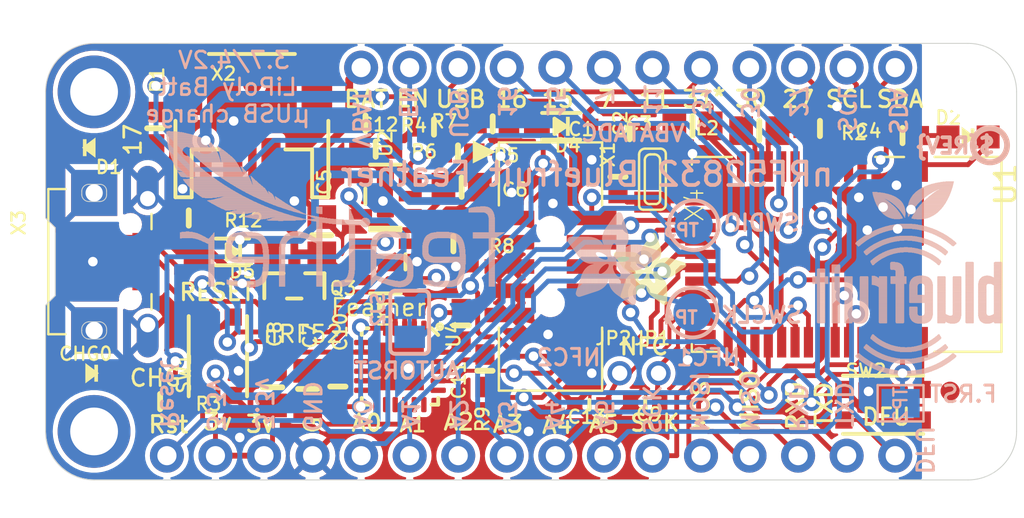
<source format=kicad_pcb>
(kicad_pcb (version 20221018) (generator pcbnew)
  (layers (0 "F.Cu" signal) (31 "B.Cu" signal) (34 "B.Paste" user) (35 "F.Paste" user) (36 "B.SilkS" user "B.Silkscreen") (37 "F.SilkS" user "F.Silkscreen") (38 "B.Mask" user) (39 "F.Mask" user) (44 "Edge.Cuts" user))
  (net 0 "")
  (net 1 "GND")
  (net 2 "N$1")
  (net 3 "N$2")
  (net 4 "SWDIO")
  (net 5 "SWCLK")
  (net 6 "N$5")
  (net 7 "N$7")
  (net 8 "RESET")
  (net 9 "LED1")
  (net 10 "LED2")
  (net 11 "SWO")
  (net 12 "N$3")
  (net 13 "N$8")
  (net 14 "3.3V")
  (net 15 "SDA")
  (net 16 "SCL")
  (net 17 "A2/0.04")
  (net 18 "A3/0.05")
  (net 19 "P0.07")
  (net 20 "P0.09/NFC1")
  (net 21 "SCK")
  (net 22 "MOSI")
  (net 23 "MISO")
  (net 24 "RXD")
  (net 25 "TXD")
  (net 26 "A0/0.02")
  (net 27 "A1/0.03")
  (net 28 "A4/0.28")
  (net 29 "A5/0.29")
  (net 30 "P0.27")
  (net 31 "A6/P0.30")
  (net 32 "A7/P0.31")
  (net 33 "VBAT")
  (net 34 "VBUS")
  (net 35 "N$4")
  (net 36 "N$9")
  (net 37 "N$10")
  (net 38 "EN")
  (net 39 "USBD+")
  (net 40 "USBD-")
  (net 41 "DTR")
  (net 42 "N$11")
  (net 43 "P0.10/NFC2")
  (net 44 "P0.11")
  (net 45 "DFU")
  (net 46 "FRST")
  (net 47 "VIN")
  (net 48 "P0.15")
  (net 49 "P0.16")
  (net 50 "N$13")
  (net 51 "N$14")
  (net 52 "VCCIO")
  (footprint "working:CHIPLED_0805_NOOUTLINE" (layer "F.Cu") (at 125.514099 110.8456 -90)
    (fp_text reference "CHG0")
    (fp_text value "ORANGE")
  )
  (footprint "working:CHIPLED_0805_NOOUTLINE" (layer "F.Cu") (at 125.387099 99.0346 90)
    (fp_text reference "D1")
    (fp_text value "RED")
  )
  (footprint "working:0603-NO" (layer "F.Cu") (at 153.657299 98.1964 180)
    (fp_text reference "C1")
    (fp_text value "22pF")
  )
  (footprint "working:0805-NO" (layer "F.Cu") (at 160.439099 98.1456 180)
    (fp_text reference "L2")
    (fp_text value "10uH")
  )
  (footprint "working:0805-NO" (layer "F.Cu") (at 134.975599 111.5822 90)
    (fp_text reference "C8")
    (fp_text value "10µF")
  )
  (footprint "working:SOT23-5" (layer "F.Cu") (at 140.881099 101.5746 90)
    (fp_text reference "U2")
    (fp_text value "AP2112(3.3V)")
  )
  (footprint "working:0805-NO" (layer "F.Cu") (at 156.946599 97.8916 180)
    (fp_text reference "C3")
    (fp_text value "10uF")
  )
  (footprint "working:0603-NO" (layer "F.Cu") (at 144.843499 108.3437 -90)
    (fp_text reference "C11")
    (fp_text value "0.1uF")
  )
  (footprint "working:4UCONN_20329_V2" (layer "F.Cu") (at 127.546099 105.0036 -90)
    (fp_text reference "X3")
    (fp_text value "4u20329")
    (fp_line (start -4.05 2.15) (end -4.05 1.6) (stroke (width 0.05)) (layer "Edge.Cuts"))
    (fp_line (start -3.7 1.25) (end -3.5 1.25) (stroke (width 0.05)) (layer "Edge.Cuts"))
    (fp_line (start -3.5 2.55) (end -3.7 2.55) (stroke (width 0.05)) (layer "Edge.Cuts"))
    (fp_line (start -3.15 1.6) (end -3.15 2.15) (stroke (width 0.05)) (layer "Edge.Cuts"))
    (fp_line (start 3.15 2.2) (end 3.15 1.6) (stroke (width 0.05)) (layer "Edge.Cuts"))
    (fp_line (start 4.05 1.6) (end 4.05 2.2) (stroke (width 0.05)) (layer "Edge.Cuts"))
    (fp_arc (start -4.05 1.6) (mid -3.947487 1.352513) (end -3.7 1.25) (stroke (width 0.05)) (layer "Edge.Cuts"))
    (fp_arc (start -3.7 2.55) (mid -3.957843 2.422487) (end -4.05 2.15) (stroke (width 0.05)) (layer "Edge.Cuts"))
    (fp_arc (start -3.5 1.25) (mid -3.252513 1.352513) (end -3.15 1.6) (stroke (width 0.05)) (layer "Edge.Cuts"))
    (fp_arc (start -3.15 2.15) (mid -3.242157 2.422487) (end -3.5 2.55) (stroke (width 0.05)) (layer "Edge.Cuts"))
    (fp_arc (start 3.15 1.6) (mid 3.302513 1.331802) (end 3.6 1.25) (stroke (width 0.05)) (layer "Edge.Cuts"))
    (fp_arc (start 3.6 1.25) (mid 3.897487 1.331802) (end 4.05 1.6) (stroke (width 0.05)) (layer "Edge.Cuts"))
    (fp_arc (start 3.6 2.55) (mid 3.302513 2.468198) (end 3.15 2.2) (stroke (width 0.05)) (layer "Edge.Cuts"))
    (fp_arc (start 4.05 2.2) (mid 3.897487 2.468198) (end 3.6 2.55) (stroke (width 0.05)) (layer "Edge.Cuts"))
  )
  (footprint "working:0603-NO" (layer "F.Cu") (at 130.594099 102.7176)
    (fp_text reference "R12")
    (fp_text value "100k")
  )
  (footprint "working:0603-NO" (layer "F.Cu") (at 146.088099 110.7186 -90)
    (fp_text reference "R9")
    (fp_text value "1K")
  )
  (footprint "working:FIDUCIAL_1MM" (layer "F.Cu") (at 133.921499 95.6818)
    (fp_text reference "FID1" hide)
    (fp_text value "FIDUCIAL_1MM" hide)
  )
  (footprint "working:QFN24_4MM_SMSC" (layer "F.Cu") (at 141.643099 110.49 -90)
    (fp_text reference "U4")
    (fp_text value "CP2104")
  )
  (footprint "working:0603-NO" (layer "F.Cu") (at 144.678399 99.314)
    (fp_text reference "R5")
    (fp_text value "100K")
  )
  (footprint "working:ADAFRUIT_3.5MM" (layer "F.Cu") (at 152.819099 107.2896)
    (fp_text reference "U$49" hide)
    (fp_text value "" hide)
  )
  (footprint "working:0603-NO" (layer "F.Cu") (at 153.047699 100.5586 90)
    (fp_text reference "C2")
    (fp_text value "22pF")
  )
  (footprint "working:BTN_KMR2_4.6X2.8" (layer "F.Cu") (at 166.916099 112.4966)
    (fp_text reference "SW2")
    (fp_text value "KMR2")
  )
  (footprint "working:0603-NO" (layer "F.Cu") (at 138.391899 111.5441 90)
    (fp_text reference "C10")
    (fp_text value "0.1uF")
  )
  (footprint "working:0603-NO" (layer "F.Cu") (at 167.932099 98.3996 180)
    (fp_text reference "R2")
    (fp_text value "1K")
  )
  (footprint "working:SOT23-R" (layer "F.Cu") (at 136.118599 106.2736)
    (fp_text reference "Q3")
    (fp_text value "DMG3415U-7")
  )
  (footprint "working:0603-NO" (layer "F.Cu") (at 129.095499 112.3315)
    (fp_text reference "R3")
    (fp_text value "1K")
  )
  (footprint "working:0603-NO" (layer "F.Cu") (at 144.437099 104.0638)
    (fp_text reference "R8")
    (fp_text value "10K")
  )
  (footprint "working:BTN_KMR2_4.6X2.8" (layer "F.Cu") (at 132.118099 109.9566 90)
    (fp_text reference "SW1")
    (fp_text value "KMR2")
  )
  (footprint "working:SOD-123" (layer "F.Cu") (at 132.880099 104.4956 180)
    (fp_text reference "D5")
    (fp_text value "MBR120")
  )
  (footprint "working:0603-NO" (layer "F.Cu") (at 143.421099 97.9551 180)
    (fp_text reference "C12")
    (fp_text value "1nF")
  )
  (footprint "working:JSTPH2" (layer "F.Cu") (at 133.896099 97.1296)
    (fp_text reference "X2")
    (fp_text value "JSTPH")
  )
  (footprint "working:1X01_2MM" (layer "F.Cu") (at 155.168599 110.8456)
    (fp_text reference "JP1")
    (fp_text value "")
  )
  (footprint "working:2X05_1.27MM_BOX_POSTS" (layer "F.Cu") (at 149.517099 105.2576 -90)
    (fp_text reference "X1")
    (fp_text value "4u20317")
  )
  (footprint "working:0603-NO" (layer "F.Cu") (at 140.373099 99.1108)
    (fp_text reference "R6")
    (fp_text value "2M")
  )
  (footprint "working:0603-NO" (layer "F.Cu") (at 128.816099 98.0186 90)
    (fp_text reference "R1")
    (fp_text value "1K")
  )
  (footprint "working:0805-NO" (layer "F.Cu") (at 136.817099 111.6711 90)
    (fp_text reference "C7")
    (fp_text value "10uf")
  )
  (footprint "working:1X01_2MM" (layer "F.Cu") (at 153.136599 110.8456)
    (fp_text reference "JP2")
    (fp_text value "")
  )
  (footprint "working:BLE_MODULE_RAYTAC_MDBT42" (layer "F.Cu") (at 165.011099 104.6226 -90)
    (fp_text reference "U1")
    (fp_text value "MDBT42")
  )
  (footprint "working:SOT23-5" (layer "F.Cu") (at 140.881099 105.0163 -90)
    (fp_text reference "U3")
    (fp_text value "MCP73831T-2ACI/OT")
  )
  (footprint "working:FIDUCIAL_1MM" (layer "F.Cu") (at 170.421299 111.7854)
    (fp_text reference "FID3" hide)
    (fp_text value "FIDUCIAL_1MM" hide)
  )
  (footprint "working:0805-NO" (layer "F.Cu") (at 137.553699 103.6193 90)
    (fp_text reference "C5")
    (fp_text value "10µF")
  )
  (footprint "working:0603-NO" (layer "F.Cu") (at 139.839699 97.7519)
    (fp_text reference "R4")
    (fp_text value "806K")
  )
  (footprint "working:0603-NO" (layer "F.Cu") (at 163.614099 98.0313)
    (fp_text reference "C4")
    (fp_text value "1uF")
  )
  (footprint "working:_0603MP" (layer "F.Cu") (at 154.470099 112.3696 180)
    (fp_text reference "C9")
    (fp_text value "300pF")
  )
  (footprint "working:SOD-323" (layer "F.Cu") (at 150.075899 97.917 180)
    (fp_text reference "D4")
    (fp_text value "1N4148")
  )
  (footprint "working:FEATHERWING_NODIM" (layer "F.Cu") (at 123.101099 116.4336)
    (fp_text reference "MS1" hide)
    (fp_text value "FEATHERWING_NODIM" hide)
  )
  (footprint "working:0603-NO" (layer "F.Cu") (at 146.494499 97.79 180)
    (fp_text reference "R7")
    (fp_text value "10K")
  )
  (footprint "working:_0603MP" (layer "F.Cu") (at 151.549099 112.4966 180)
    (fp_text reference "C13")
    (fp_text value "300pF")
  )
  (footprint "working:XTAL3215" (layer "F.Cu") (at 154.851099 100.6856 90)
    (fp_text reference "X4")
    (fp_text value "32.768")
  )
  (footprint "working:0805-NO" (layer "F.Cu") (at 144.868899 101.1047)
    (fp_text reference "C6")
    (fp_text value "10µF")
  )
  (footprint "working:CHIPLED_0805_NOOUTLINE" (layer "F.Cu") (at 171.361099 98.4758 -90)
    (fp_text reference "D2")
    (fp_text value "BLUE")
  )
  (footprint "working:ADAFRUIT_5MM" (layer "B.Cu") (at 150.406099 107.2896 90)
    (fp_text reference "U$47" hide)
    (fp_text value "" hide)
  )
  (footprint "working:TESTPOINT_ROUND_2MM" (layer "B.Cu") (at 156.946599 107.6706 180)
    (fp_text reference "TP4")
    (fp_text value "")
  )
  (footprint "working:TESTPOINT_ROUND_2MM" (layer "B.Cu") (at 157.010099 103.0986 180)
    (fp_text reference "TP3")
    (fp_text value "")
  )
  (footprint "working:BLUEFRUITLOGO_100MM" (layer "B.Cu") (at 173.139099 110.9726 180)
    (fp_text reference "U$45" hide)
    (fp_text value "" hide)
  )
  (footprint "working:PCBFEAT-REV-040" (layer "B.Cu") (at 172.504099 98.9076 180)
    (fp_text reference "U$17" hide)
    (fp_text value "" hide)
  )
  (footprint "working:SOLDERJUMPER_CLOSEDWIRE" (layer "B.Cu") (at 142.151099 108.1786 -90)
    (fp_text reference "SJ2")
    (fp_text value "BAT")
  )
  (footprint "working:FEATHERLOGO_MED" (layer "B.Cu") (at 147.231099 106.4006 180)
    (fp_text reference "U$46" hide)
    (fp_text value "" hide)
  )
  (footprint "working:PAD-1.5X2.0" (layer "B.Cu") (at 167.830499 112.4204 -90)
    (fp_text reference "TP2")
    (fp_text value "FRST")
  )
  (gr_line (start 171.361099 116.4336) (end 125.641099 116.4336) (stroke (width 0.05)) (layer "Edge.Cuts"))
  (gr_line (start 125.641099 93.5736) (end 171.361099 93.5736) (stroke (width 0.05)) (layer "Edge.Cuts"))
  (gr_line (start 123.101099 113.8936) (end 123.101099 107.2896) (stroke (width 0.05)) (layer "Edge.Cuts"))
  (gr_arc (start 173.901099 113.8936) (mid 173.15715 115.689651) (end 171.361099 116.4336) (stroke (width 0.05)) (layer "Edge.Cuts"))
  (gr_line (start 173.901099 96.1136) (end 173.901099 113.8936) (stroke (width 0.05)) (layer "Edge.Cuts"))
  (gr_arc (start 125.641099 116.4336) (mid 123.845048 115.689651) (end 123.101099 113.8936) (stroke (width 0.05)) (layer "Edge.Cuts"))
  (gr_arc (start 171.361099 93.5736) (mid 173.157151 94.317549) (end 173.9011 96.113601) (stroke (width 0.05)) (layer "Edge.Cuts"))
  (gr_arc (start 123.101099 96.1136) (mid 123.845048 94.317549) (end 125.6411 93.573601) (stroke (width 0.05)) (layer "Edge.Cuts"))
  (gr_line (start 123.101099 102.7176) (end 123.101099 96.1136) (stroke (width 0.05)) (layer "Edge.Cuts"))
  (gr_line (start 123.101099 107.2896) (end 123.609099 106.7816) (stroke (width 0.05)) (layer "Edge.Cuts"))
  (gr_line (start 123.609099 106.7816) (end 123.609099 103.2256) (stroke (width 0.05)) (layer "Edge.Cuts"))
  (gr_line (start 123.609099 103.2256) (end 123.101099 102.7176) (stroke (width 0.05)) (layer "Edge.Cuts"))
  (gr_text "MOSI" (at 157.264099 112.3696 -90) (layer "B.SilkS") (effects (font (size 0.8636 0.8636) (thickness 0.1524)) (justify mirror)))
  (gr_text "^ VBATADC" (at 157.772099 98.7806) (layer "B.SilkS") (effects (font (size 0.85344 0.85344) (thickness 0.16256)) (justify left bottom mirror)))
  (gr_text "MISO" (at 159.931099 112.3696 -90) (layer "B.SilkS") (effects (font (size 0.8636 0.8636) (thickness 0.1524)) (justify mirror)))
  (gr_text "A4" (at 149.694899 113.03 -90) (layer "B.SilkS") (effects (font (size 0.8636 0.8636) (thickness 0.1524)) (justify mirror)))
  (gr_text "EN" (at 142.049499 96.6597 -90) (layer "B.SilkS") (effects (font (size 0.8636 0.8636) (thickness 0.1524)) (justify mirror)))
  (gr_text "SCL" (at 165.011099 97.028 -90) (layer "B.SilkS") (effects (font (size 0.8636 0.8636) (thickness 0.1524)) (justify mirror)))
  (gr_text "NFC1" (at 157.772099 110.0201) (layer "B.SilkS") (effects (font (size 0.8636 0.8636) (thickness 0.1524)) (justify mirror)))
  (gr_text "RXD" (at 162.458399 112.6744 -90) (layer "B.SilkS") (effects (font (size 0.8636 0.8636) (thickness 0.1524)) (justify mirror)))
  (gr_text "31" (at 157.391099 96.4946 -90) (layer "B.SilkS") (effects (font (size 0.8636 0.8636) (thickness 0.1524)) (justify mirror)))
  (gr_text "SCK" (at 154.787599 112.7506 -90) (layer "B.SilkS") (effects (font (size 0.8636 0.8636) (thickness 0.1524)) (justify mirror)))
  (gr_text "30" (at 159.931099 96.6724 -90) (layer "B.SilkS") (effects (font (size 0.8636 0.8636) (thickness 0.1524)) (justify mirror)))
  (gr_text "15" (at 149.771099 96.6216 -90) (layer "B.SilkS") (effects (font (size 0.8636 0.8636) (thickness 0.1524)) (justify mirror)))
  (gr_text "GND" (at 137.045699 112.5855 -90) (layer "B.SilkS") (effects (font (size 0.8636 0.8636) (thickness 0.1524)) (justify mirror)))
  (gr_text "VBAT" (at 139.611099 97.5106 -90) (layer "B.SilkS") (effects (font (size 0.8636 0.8636) (thickness 0.1524)) (justify mirror)))
  (gr_text "16" (at 147.231099 96.6216 -90) (layer "B.SilkS") (effects (font (size 0.8636 0.8636) (thickness 0.1524)) (justify mirror)))
  (gr_text "nRF52832 Bluefruit Feather" (at 151.422099 100.4316) (layer "B.SilkS") (effects (font (size 1.223264 1.223264) (thickness 0.199136)) (justify mirror)))
  (gr_text "SDA" (at 167.678099 97.1296 -90) (layer "B.SilkS") (effects (font (size 0.8636 0.8636) (thickness 0.1524)) (justify mirror)))
  (gr_text "DFU" (at 169.075099 114.8715 -90) (layer "B.SilkS") (effects (font (size 0.8636 0.8636) (thickness 0.1524)) (justify mirror)))
  (gr_text "F.RST" (at 171.107099 111.9378) (layer "B.SilkS") (effects (font (size 0.8636 0.8636) (thickness 0.1524)) (justify mirror)))
  (gr_text "SWDIO" (at 160.566099 102.9716) (layer "B.SilkS") (effects (font (size 0.85344 0.85344) (thickness 0.16256)) (justify mirror)))
  (gr_text "A1" (at 142.176499 112.9665 -90) (layer "B.SilkS") (effects (font (size 0.8636 0.8636) (thickness 0.1524)) (justify mirror)))
  (gr_text "NFC2" (at 150.469599 110.0201) (layer "B.SilkS") (effects (font (size 0.8636 0.8636) (thickness 0.1524)) (justify mirror)))
  (gr_text "A5" (at 152.311099 113.0046 -90) (layer "B.SilkS") (effects (font (size 0.8636 0.8636) (thickness 0.1524)) (justify mirror)))
  (gr_text "3.3v" (at 134.531099 112.4331 -90) (layer "B.SilkS") (effects (font (size 0.8636 0.8636) (thickness 0.1524)) (justify mirror)))
  (gr_text "3.3v" (at 131.991099 112.4966 -90) (layer "B.SilkS") (effects (font (size 0.8636 0.8636) (thickness 0.1524)) (justify mirror)))
  (gr_text "TXD" (at 164.845999 112.4839 -90) (layer "B.SilkS") (effects (font (size 0.8636 0.8636) (thickness 0.1524)) (justify mirror)))
  (gr_text "3.7/4.2V \nLiPoly Batt\nµUSB charge" (at 132.626099 95.8596) (layer "B.SilkS") (effects (font (size 0.87376 0.87376) (thickness 0.14224)) (justify mirror)))
  (gr_text "27" (at 162.471099 96.6216 -90) (layer "B.SilkS") (effects (font (size 0.8636 0.8636) (thickness 0.1524)) (justify mirror)))
  (gr_text "A0" (at 139.674599 112.9665 -90) (layer "B.SilkS") (effects (font (size 0.8636 0.8636) (thickness 0.1524)) (justify mirror)))
  (gr_text "Reset" (at 129.552699 111.9378 -90) (layer "B.SilkS") (effects (font (size 0.8636 0.8636) (thickness 0.1524)) (justify mirror)))
  (gr_text "SWCLK" (at 160.566099 107.7976) (layer "B.SilkS") (effects (font (size 0.85344 0.85344) (thickness 0.16256)) (justify mirror)))
  (gr_text "A3" (at 147.231099 113.0681 -90) (layer "B.SilkS") (effects (font (size 0.8636 0.8636) (thickness 0.1524)) (justify mirror)))
  (gr_text "AUTORST" (at 142.024099 110.7186) (layer "B.SilkS") (effects (font (size 0.85344 0.85344) (thickness 0.16256)) (justify mirror)))
  (gr_text "A2" (at 144.691099 112.9792 -90) (layer "B.SilkS") (effects (font (size 0.8636 0.8636) (thickness 0.1524)) (justify mirror)))
  (gr_text "11" (at 154.851099 96.4946 -90) (layer "B.SilkS") (effects (font (size 0.8636 0.8636) (thickness 0.1524)) (justify mirror)))
  (gr_text "7" (at 152.311099 96.3676 -90) (layer "B.SilkS") (effects (font (size 0.8636 0.8636) (thickness 0.1524)) (justify mirror)))
  (gr_text "USB" (at 144.691099 97.2566 -90) (layer "B.SilkS") (effects (font (size 0.8636 0.8636) (thickness 0.1524)) (justify mirror)))
  (gr_text "CHG" (at 127.419099 111.6076) (layer "F.SilkS") (effects (font (size 0.87376 0.87376) (thickness 0.14224)) (justify left bottom)))
  (gr_text "TXD" (at 163.829999 112.4839 90) (layer "F.SilkS") (effects (font (size 0.8636 0.8636) (thickness 0.1524))))
  (gr_text "A4" (at 149.872699 113.5634) (layer "F.SilkS") (effects (font (size 0.8636 0.8636) (thickness 0.1524))))
  (gr_text "EN" (at 142.316199 96.4692) (layer "F.SilkS") (effects (font (size 0.8636 0.8636) (thickness 0.1524))))
  (gr_text "15" (at 149.898099 96.4946) (layer "F.SilkS") (effects (font (size 0.8636 0.8636) (thickness 0.1524))))
  (gr_text "USB" (at 144.818099 96.4946) (layer "F.SilkS") (effects (font (size 0.8636 0.8636) (thickness 0.1524))))
  (gr_text "nRF52" (at 134.404099 109.3216) (layer "F.SilkS") (effects (font (size 0.89408 0.89408) (thickness 0.12192)) (justify left bottom)))
  (gr_text "NFC" (at 154.406599 109.4486) (layer "F.SilkS") (effects (font (size 0.8636 0.8636) (thickness 0.1524))))
  (gr_text "DFU" (at 167.081199 113.1316) (layer "F.SilkS") (effects (font (size 0.8636 0.8636) (thickness 0.1524))))
  (gr_text "16" (at 147.485099 96.4946) (layer "F.SilkS") (effects (font (size 0.8636 0.8636) (thickness 0.1524))))
  (gr_text "Feather" (at 137.960099 107.9246) (layer "F.SilkS") (effects (font (size 0.89408 0.89408) (thickness 0.12192)) (justify left bottom)))
  (gr_text "SCL" (at 165.112699 96.4946) (layer "F.SilkS") (effects (font (size 0.8636 0.8636) (thickness 0.1524))))
  (gr_text "Rst" (at 129.527299 113.538) (layer "F.SilkS") (effects (font (size 0.8636 0.8636) (thickness 0.1524))))
  (gr_text "A5" (at 152.311099 113.5126) (layer "F.SilkS") (effects (font (size 0.8636 0.8636) (thickness 0.1524))))
  (gr_text "MOSI" (at 157.391099 112.3696 90) (layer "F.SilkS") (effects (font (size 0.8636 0.8636) (thickness 0.1524))))
  (gr_text "A0" (at 139.903199 113.4491) (layer "F.SilkS") (effects (font (size 0.8636 0.8636) (thickness 0.1524))))
  (gr_text "27" (at 162.471099 96.4946) (layer "F.SilkS") (effects (font (size 0.8636 0.8636) (thickness 0.1524))))
  (gr_text "G" (at 137.096499 113.5507 90) (layer "F.SilkS") (effects (font (size 0.8636 0.8636) (thickness 0.1524))))
  (gr_text "A3" (at 147.294599 113.5126) (layer "F.SilkS") (effects (font (size 0.8636 0.8636) (thickness 0.1524))))
  (gr_text "30" (at 160.007299 96.4946) (layer "F.SilkS") (effects (font (size 0.8636 0.8636) (thickness 0.1524))))
  (gr_text "31" (at 157.264099 96.4946) (layer "F.SilkS") (effects (font (size 0.8636 0.8636) (thickness 0.1524))))
  (gr_text "MISO" (at 159.931099 112.2426 90) (layer "F.SilkS") (effects (font (size 0.8636 0.8636) (thickness 0.1524))))
  (gr_text "17" (at 128.181099 99.5426 90) (layer "F.SilkS") (effects (font (size 0.87376 0.87376) (thickness 0.14224)) (justify left bottom)))
  (gr_text "RESET" (at 132.067299 106.6038) (layer "F.SilkS") (effects (font (size 0.8636 0.8636) (thickness 0.1524))))
  (gr_text "SCK" (at 154.978099 113.4491) (layer "F.SilkS") (effects (font (size 0.8636 0.8636) (thickness 0.1524))))
  (gr_text "*" (at 157.899099 96.8756) (layer "F.SilkS") (effects (font (size 0.85344 0.85344) (thickness 0.16256)) (justify left bottom)))
  (gr_text "RXD" (at 162.331399 112.5474 90) (layer "F.SilkS") (effects (font (size 0.8636 0.8636) (thickness 0.1524))))
  (gr_text "A1" (at 142.316199 113.538) (layer "F.SilkS") (effects (font (size 0.75565 0.75565) (thickness 0.13335))))
  (gr_text "3v" (at 132.118099 113.3856) (layer "F.SilkS") (effects (font (size 0.8636 0.8636) (thickness 0.1524))))
  (gr_text "11" (at 154.978099 96.4946) (layer "F.SilkS") (effects (font (size 0.8636 0.8636) (thickness 0.1524))))
  (gr_text "A2" (at 144.716499 113.3856) (layer "F.SilkS") (effects (font (size 0.8636 0.8636) (thickness 0.1524))))
  (gr_text "7" (at 152.438099 96.4946) (layer "F.SilkS") (effects (font (size 0.8636 0.8636) (thickness 0.1524))))
  (gr_text "BAT" (at 139.865099 96.4946) (layer "F.SilkS") (effects (font (size 0.8636 0.8636) (thickness 0.1524))))
  (gr_text "SDA" (at 167.805099 96.4946) (layer "F.SilkS") (effects (font (size 0.8636 0.8636) (thickness 0.1524))))
  (gr_text "3v" (at 134.340599 113.5126) (layer "F.SilkS") (effects (font (size 0.8636 0.8636) (thickness 0.1524))))
  (segment (start 168.811099 109.2226) (end 168.966099 109.3776) (width 0.2032) (layer "F.Cu") (net 1))
  (segment (start 132.918099 107.9066) (end 132.771099 107.9066) (width 0.254) (layer "F.Cu") (net 1))
  (segment (start 124.337099 99.0346) (end 123.736099 99.6356) (width 0.254) (layer "F.Cu") (net 1))
  (segment (start 148.755099 108.1786) (end 149.390099 108.8136) (width 0.254) (layer "F.Cu") (net 1))
  (segment (start 155.996599 98.4021) (end 156.946599 99.3521) (width 0.3048) (layer "F.Cu") (net 1))
  (segment (start 147.367099 107.7976) (end 148.755099 108.1786) (width 0.254) (layer "F.Cu") (net 1))
  (segment (start 142.393099 107.7461) (end 142.532099 107.6071) (width 0.254) (layer "F.Cu") (net 1))
  (segment (start 132.181599 108.4326) (end 131.800599 108.8136) (width 0.254) (layer "F.Cu") (net 1))
  (segment (start 141.223099 99.1108) (end 142.124799 98.2091) (width 0.254) (layer "F.Cu") (net 1))
  (segment (start 142.124799 98.2091) (end 142.571099 97.9551) (width 0.254) (layer "F.Cu") (net 1))
  (segment (start 147.367099 103.9876) (end 145.287099 104.3686) (width 0.254) (layer "F.Cu") (net 1))
  (segment (start 171.361099 99.9236) (end 172.411099 98.8736) (width 0.254) (layer "F.Cu") (net 1))
  (segment (start 168.966099 109.3776) (end 168.966099 111.6966) (width 0.2032) (layer "F.Cu") (net 1))
  (segment (start 132.771099 107.9066) (end 132.245099 108.4326) (width 0.254) (layer "F.Cu") (net 1))
  (segment (start 134.975599 110.6322) (end 134.635199 110.9726) (width 0.254) (layer "F.Cu") (net 1))
  (segment (start 168.811099 99.9236) (end 168.811099 100.0226) (width 0.254) (layer "F.Cu") (net 1))
  (segment (start 132.245099 108.4326) (end 132.181599 108.4326) (width 0.254) (layer "F.Cu") (net 1))
  (segment (start 168.811099 99.9236) (end 171.361099 99.9236) (width 0.254) (layer "F.Cu") (net 1))
  (segment (start 142.393099 110.2861) (end 142.087599 110.5916) (width 0.254) (layer "F.Cu") (net 1))
  (segment (start 123.736099 99.6356) (end 123.736099 100.4316) (width 0.254) (layer "F.Cu") (net 1))
  (segment (start 142.393099 108.49) (end 142.393099 110.2861) (width 0.254) (layer "F.Cu") (net 1))
  (segment (start 142.393099 108.49) (end 142.393099 107.7461) (width 0.254) (layer "F.Cu") (net 1))
  (segment (start 155.996599 97.8916) (end 155.996599 98.4021) (width 0.3048) (layer "F.Cu") (net 1))
  (segment (start 145.287099 104.3686) (end 145.287099 104.0638) (width 0.254) (layer "F.Cu") (net 1))
  (segment (start 172.411099 98.8736) (end 172.411099 98.4758) (width 0.254) (layer "F.Cu") (net 1))
  (via (at 166.154099 111.7981) (size 0.9064) (drill 0.5) (layers "F.Cu" "B.Cu") (net 1))
  (via (at 165.646099 101.6381) (size 0.9064) (drill 0.5) (layers "F.Cu" "B.Cu") (net 1))
  (via (at 142.087599 110.5916) (size 0.9064) (drill 0.5) (layers "F.Cu" "B.Cu") (net 1))
  (via (at 132.943599 97.6376) (size 0.9064) (drill 0.5) (layers "F.Cu" "B.Cu") (net 1))
  (via (at 140.754099 101.8286) (size 0.9064) (drill 0.5) (layers "F.Cu" "B.Cu") (net 1))
  (via (at 133.197599 110.7186) (size 0.9064) (drill 0.5) (layers "F.Cu" "B.Cu") (net 1))
  (via (at 149.390099 108.8136) (size 0.9064) (drill 0.5) (layers "F.Cu" "B.Cu") (net 1))
  (via (at 156.692599 110.1471) (size 0.9064) (drill 0.5) (layers "F.Cu" "B.Cu") (net 1))
  (via (at 144.564099 105.2576) (size 0.9064) (drill 0.5) (layers "F.Cu" "B.Cu") (net 1))
  (via (at 151.676099 99.6696) (size 0.9064) (drill 0.5) (layers "F.Cu" "B.Cu") (net 1))
  (via (at 166.090599 103.3526) (size 0.9064) (drill 0.5) (layers "F.Cu" "B.Cu") (net 1))
  (via (at 133.261099 114.2111) (size 0.9064) (drill 0.5) (layers "F.Cu" "B.Cu") (net 1))
  (via (at 166.916099 102.1461) (size 0.9064) (drill 0.5) (layers "F.Cu" "B.Cu") (net 1))
  (via (at 156.946599 99.3521) (size 0.9064) (drill 0.5) (layers "F.Cu" "B.Cu") (net 1))
  (via (at 125.577599 105.0036) (size 0.9064) (drill 0.5) (layers "F.Cu" "B.Cu") (net 1))
  (via (at 136.118599 101.8286) (size 0.9064) (drill 0.5) (layers "F.Cu" "B.Cu") (net 1))
  (via (at 149.644099 101.9556) (size 0.9064) (drill 0.5) (layers "F.Cu" "B.Cu") (net 1))
  (via (at 164.503099 96.8756) (size 0.9064) (drill 0.5) (layers "F.Cu" "B.Cu") (net 1))
  (via (at 147.485099 101.3841) (size 0.9064) (drill 0.5) (layers "F.Cu" "B.Cu") (net 1))
  (via (at 130.276599 101.1936) (size 0.9064) (drill 0.5) (layers "F.Cu" "B.Cu") (net 1))
  (via (at 148.374099 113.8936) (size 0.9064) (drill 0.5) (layers "F.Cu" "B.Cu") (net 1))
  (via (at 142.532099 105.0036) (size 0.9064) (drill 0.5) (layers "F.Cu" "B.Cu") (net 1))
  (via (at 151.676099 110.8456) (size 0.9064) (drill 0.5) (layers "F.Cu" "B.Cu") (net 1))
  (via (at 167.614599 101.0031) (size 0.9064) (drill 0.5) (layers "F.Cu" "B.Cu") (net 1))
  (via (at 168.376599 102.2731) (size 0.9064) (drill 0.5) (layers "F.Cu" "B.Cu") (net 1))
  (via (at 167.678099 103.2891) (size 0.9064) (drill 0.5) (layers "F.Cu" "B.Cu") (net 1))
  (segment (start 139.230099 113.3856) (end 140.246099 113.3856) (width 0.254) (layer "B.Cu") (net 1))
  (segment (start 154.851099 99.6696) (end 154.851099 99.4856) (width 0.254) (layer "F.Cu") (net 2))
  (segment (start 157.361099 101.1226) (end 156.304099 101.1226) (width 0.254) (layer "F.Cu") (net 2))
  (segment (start 156.304099 101.1226) (end 154.851099 99.6696) (width 0.254) (layer "F.Cu") (net 2))
  (segment (start 154.507299 98.1964) (end 154.851099 98.5402) (width 0.254) (layer "F.Cu") (net 2))
  (segment (start 154.851099 98.5402) (end 154.851099 99.4856) (width 0.254) (layer "F.Cu") (net 2))
  (segment (start 157.361099 101.8226) (end 154.914099 101.8226) (width 0.254) (layer "F.Cu") (net 3))
  (segment (start 153.047699 101.4086) (end 153.524699 101.8856) (width 0.254) (layer "F.Cu") (net 3))
  (segment (start 154.914099 101.8226) (end 154.851099 101.8856) (width 0.254) (layer "F.Cu") (net 3))
  (segment (start 153.524699 101.8856) (end 154.851099 101.8856) (width 0.254) (layer "F.Cu") (net 3))
  (segment (start 167.211099 108.8996) (end 167.487599 107.9246) (width 0.2032) (layer "F.Cu") (net 4))
  (segment (start 167.487599 106.6546) (end 166.789099 105.9561) (width 0.254) (layer "F.Cu") (net 4))
  (segment (start 167.487599 107.9246) (end 167.487599 106.6546) (width 0.254) (layer "F.Cu") (net 4))
  (segment (start 167.211099 109.2226) (end 167.211099 108.8996) (width 0.254) (layer "F.Cu") (net 4))
  (segment (start 151.667099 102.7176) (end 151.676099 103.0896) (width 0.254) (layer "F.Cu") (net 4))
  (segment (start 166.789099 105.9561) (end 162.471099 105.9561) (width 0.254) (layer "F.Cu") (net 4))
  (segment (start 151.676099 103.0896) (end 151.676099 101.6381) (width 0.254) (layer "F.Cu") (net 4))
  (via (at 162.471099 105.9561) (size 0.9064) (drill 0.5) (layers "F.Cu" "B.Cu") (net 4))
  (via (at 151.676099 101.6381) (size 0.9064) (drill 0.5) (layers "F.Cu" "B.Cu") (net 4))
  (segment (start 156.883099 103.3526) (end 156.883099 103.2256) (width 0.254) (layer "B.Cu") (net 4))
  (segment (start 158.280099 104.3686) (end 157.010099 103.0986) (width 0.254) (layer "B.Cu") (net 4))
  (segment (start 159.042099 106.6546) (end 158.280099 105.8926) (width 0.254) (layer "B.Cu") (net 4))
  (segment (start 159.042099 107.2896) (end 159.042099 106.6546) (width 0.254) (layer "B.Cu") (net 4))
  (segment (start 161.328099 107.5436) (end 161.328099 106.5276) (width 0.254) (layer "B.Cu") (net 4))
  (segment (start 155.168599 101.6381) (end 156.883099 103.3526) (width 0.254) (layer "B.Cu") (net 4))
  (segment (start 151.676099 101.6381) (end 155.168599 101.6381) (width 0.254) (layer "B.Cu") (net 4))
  (segment (start 160.947099 107.9246) (end 161.328099 107.5436) (width 0.254) (layer "B.Cu") (net 4))
  (segment (start 161.328099 106.5276) (end 161.899599 105.9561) (width 0.254) (layer "B.Cu") (net 4))
  (segment (start 161.899599 105.9561) (end 162.471099 105.9561) (width 0.254) (layer "B.Cu") (net 4))
  (segment (start 159.042099 107.2896) (end 159.677099 107.9246) (width 0.254) (layer "B.Cu") (net 4))
  (segment (start 158.280099 105.8926) (end 158.280099 104.3686) (width 0.254) (layer "B.Cu") (net 4))
  (segment (start 156.883099 103.3526) (end 156.914849 103.38435) (width 0.3048) (layer "B.Cu") (net 4))
  (segment (start 160.947099 107.9246) (end 159.677099 107.9246) (width 0.254) (layer "B.Cu") (net 4))
  (segment (start 156.883099 103.2256) (end 157.010099 103.0986) (width 0.254) (layer "B.Cu") (net 4))
  (segment (start 153.835099 105.5751) (end 153.835099 106.0196) (width 0.254) (layer "F.Cu") (net 5))
  (segment (start 153.581099 105.1306) (end 153.517599 105.2576) (width 0.254) (layer "F.Cu") (net 5))
  (segment (start 166.511099 110.4251) (end 166.511099 109.2226) (width 0.254) (layer "F.Cu") (net 5))
  (segment (start 164.249099 110.9091) (end 163.169599 111.9886) (width 0.254) (layer "F.Cu") (net 5))
  (segment (start 166.027099 110.9091) (end 164.249099 110.9091) (width 0.254) (layer "F.Cu") (net 5))
  (segment (start 154.279599 106.4641) (end 154.279599 106.6546) (width 0.254) (layer "F.Cu") (net 5))
  (segment (start 153.581099 103.9876) (end 153.581099 105.1306) (width 0.254) (layer "F.Cu") (net 5))
  (segment (start 153.517599 105.2576) (end 153.835099 105.5751) (width 0.254) (layer "F.Cu") (net 5))
  (segment (start 166.027099 110.9091) (end 166.511099 110.4251) (width 0.254) (layer "F.Cu") (net 5))
  (segment (start 153.835099 106.0196) (end 154.279599 106.4641) (width 0.254) (layer "F.Cu") (net 5))
  (segment (start 151.667099 103.9876) (end 153.581099 103.9876) (width 0.254) (layer "F.Cu") (net 5))
  (segment (start 163.169599 111.9886) (end 163.169599 112.3696) (width 0.254) (layer "F.Cu") (net 5))
  (via (at 163.169599 112.3696) (size 0.9064) (drill 0.5) (layers "F.Cu" "B.Cu") (net 5))
  (via (at 154.279599 106.6546) (size 0.9064) (drill 0.5) (layers "F.Cu" "B.Cu") (net 5))
  (segment (start 163.169599 111.5441) (end 163.169599 112.3696) (width 0.254) (layer "B.Cu") (net 5))
  (segment (start 160.883599 110.7186) (end 162.344099 110.7186) (width 0.254) (layer "B.Cu") (net 5))
  (segment (start 162.344099 110.7186) (end 163.169599 111.5441) (width 0.254) (layer "B.Cu") (net 5))
  (segment (start 156.438599 107.1626) (end 154.279599 106.6546) (width 0.254) (layer "B.Cu") (net 5))
  (segment (start 160.883599 110.7186) (end 157.835599 107.6706) (width 0.254) (layer "B.Cu") (net 5))
  (segment (start 157.835599 107.6706) (end 156.946599 107.6706) (width 0.254) (layer "B.Cu") (net 5))
  (segment (start 156.946599 107.6706) (end 156.438599 107.1626) (width 0.254) (layer "B.Cu") (net 5))
  (segment (start 126.437099 99.0346) (end 126.603099 98.8686) (width 0.254) (layer "F.Cu") (net 6))
  (segment (start 126.603099 98.8686) (end 128.816099 98.8686) (width 0.254) (layer "F.Cu") (net 6))
  (segment (start 170.311099 98.3996) (end 170.311099 98.4758) (width 0.254) (layer "F.Cu") (net 7))
  (segment (start 168.782099 98.3996) (end 170.311099 98.3996) (width 0.254) (layer "F.Cu") (net 7))
  (segment (start 164.058599 110.4011) (end 165.519099 110.4011) (width 0.254) (layer "F.Cu") (net 8))
  (segment (start 150.406099 108.1786) (end 151.667099 107.7976) (width 0.254) (layer "F.Cu") (net 8))
  (segment (start 165.519099 110.4011) (end 165.811099 110.1091) (width 0.254) (layer "F.Cu") (net 8))
  (segment (start 150.406099 109.1946) (end 150.406099 108.1786) (width 0.254) (layer "F.Cu") (net 8))
  (segment (start 131.318099 111.6966) (end 131.318099 112.0066) (width 0.254) (layer "F.Cu") (net 8))
  (segment (start 145.961099 108.9406) (end 146.723099 108.9406) (width 0.254) (layer "F.Cu") (net 8))
  (segment (start 131.318099 113.2966) (end 129.451099 115.1636) (width 0.254) (layer "F.Cu") (net 8))
  (segment (start 147.344499 97.79) (end 148.805899 97.917) (width 0.254) (layer "F.Cu") (net 8))
  (segment (start 147.739099 109.9566) (end 148.628099 109.9566) (width 0.254) (layer "F.Cu") (net 8))
  (segment (start 148.628099 109.9566) (end 149.644099 109.9566) (width 0.254) (layer "F.Cu") (net 8))
  (segment (start 130.721099 111.0996) (end 131.318099 111.6966) (width 0.254) (layer "F.Cu") (net 8))
  (segment (start 145.707099 108.6866) (end 145.707099 106.6546) (width 0.254) (layer "F.Cu") (net 8))
  (segment (start 165.811099 110.1091) (end 165.811099 109.2226) (width 0.254) (layer "F.Cu") (net 8))
  (segment (start 130.721099 108.5036) (end 130.721099 111.0996) (width 0.254) (layer "F.Cu") (net 8))
  (segment (start 131.318099 112.0066) (end 131.318099 113.2966) (width 0.254) (layer "F.Cu") (net 8))
  (segment (start 145.707099 106.6546) (end 145.326099 106.2736) (width 0.254) (layer "F.Cu") (net 8))
  (segment (start 149.644099 109.9566) (end 150.406099 109.1946) (width 0.254) (layer "F.Cu") (net 8))
  (segment (start 131.318099 107.9066) (end 130.721099 108.5036) (width 0.254) (layer "F.Cu") (net 8))
  (segment (start 149.136099 98.5012) (end 149.136099 99.8601) (width 0.254) (layer "F.Cu") (net 8))
  (segment (start 162.407599 110.9726) (end 163.487099 110.9726) (width 0.254) (layer "F.Cu") (net 8))
  (segment (start 163.487099 110.9726) (end 164.058599 110.4011) (width 0.254) (layer "F.Cu") (net 8))
  (segment (start 162.026599 111.3536) (end 162.026599 111.6076) (width 0.254) (layer "F.Cu") (net 8))
  (segment (start 145.961099 108.9406) (end 145.707099 108.6866) (width 0.254) (layer "F.Cu") (net 8))
  (segment (start 146.723099 108.9406) (end 147.739099 109.9566) (width 0.254) (layer "F.Cu") (net 8))
  (segment (start 162.026599 111.3536) (end 162.407599 110.9726) (width 0.254) (layer "F.Cu") (net 8))
  (segment (start 148.805899 97.917) (end 149.136099 98.5012) (width 0.254) (layer "F.Cu") (net 8))
  (via (at 149.136099 99.8601) (size 0.9064) (drill 0.5) (layers "F.Cu" "B.Cu") (net 8))
  (via (at 162.026599 111.6076) (size 0.9064) (drill 0.5) (layers "F.Cu" "B.Cu") (net 8))
  (via (at 145.326099 106.2736) (size 0.9064) (drill 0.5) (layers "F.Cu" "B.Cu") (net 8))
  (via (at 148.628099 109.9566) (size 0.9064) (drill 0.5) (layers "F.Cu" "B.Cu") (net 8))
  (segment (start 140.627099 113.8936) (end 137.960099 113.8936) (width 0.254) (layer "B.Cu") (net 8))
  (segment (start 137.960099 113.8936) (end 137.388599 113.3221) (width 0.254) (layer "B.Cu") (net 8))
  (segment (start 142.151099 107.2896) (end 142.151099 107.4166) (width 0.254) (layer "B.Cu") (net 8))
  (segment (start 148.501099 102.7176) (end 148.501099 100.4951) (width 0.254) (layer "B.Cu") (net 8))
  (segment (start 157.391099 111.2266) (end 156.756099 111.8616) (width 0.254) (layer "B.Cu") (net 8))
  (segment (start 160.693099 112.8776) (end 159.042099 111.2266) (width 0.254) (layer "B.Cu") (net 8))
  (segment (start 141.008099 113.5126) (end 140.627099 113.8936) (width 0.254) (layer "B.Cu") (net 8))
  (segment (start 148.501099 100.4951) (end 149.136099 99.8601) (width 0.254) (layer "B.Cu") (net 8))
  (segment (start 145.453099 105.7656) (end 148.501099 102.7176) (width 0.254) (layer "B.Cu") (net 8))
  (segment (start 150.215599 111.8616) (end 148.628099 110.2741) (width 0.254) (layer "B.Cu") (net 8))
  (segment (start 159.042099 111.2266) (end 157.391099 111.2266) (width 0.254) (layer "B.Cu") (net 8))
  (segment (start 141.008099 107.4166) (end 141.135099 107.2896) (width 0.254) (layer "B.Cu") (net 8))
  (segment (start 161.772599 111.8616) (end 162.026599 111.6076) (width 0.254) (layer "B.Cu") (net 8))
  (segment (start 160.693099 112.8776) (end 161.201099 112.8776) (width 0.254) (layer "B.Cu") (net 8))
  (segment (start 161.201099 112.8776) (end 161.772599 112.3061) (width 0.254) (layer "B.Cu") (net 8))
  (segment (start 142.024099 107.2896) (end 142.151099 107.4166) (width 0.254) (layer "B.Cu") (net 8))
  (segment (start 141.008099 107.4166) (end 141.008099 113.5126) (width 0.254) (layer "B.Cu") (net 8))
  (segment (start 142.659099 106.7816) (end 144.818099 106.7816) (width 0.254) (layer "B.Cu") (net 8))
  (segment (start 145.453099 105.7656) (end 145.326099 106.2736) (width 0.254) (layer "B.Cu") (net 8))
  (segment (start 161.772599 112.3061) (end 161.772599 111.8616) (width 0.254) (layer "B.Cu") (net 8))
  (segment (start 141.135099 107.2896) (end 142.024099 107.2896) (width 0.254) (layer "B.Cu") (net 8))
  (segment (start 137.388599 113.3221) (end 131.292599 113.3221) (width 0.254) (layer "B.Cu") (net 8))
  (segment (start 148.628099 110.2741) (end 148.628099 109.9566) (width 0.254) (layer "B.Cu") (net 8))
  (segment (start 142.659099 106.7816) (end 142.151099 107.2896) (width 0.254) (layer "B.Cu") (net 8))
  (segment (start 156.756099 111.8616) (end 150.215599 111.8616) (width 0.254) (layer "B.Cu") (net 8))
  (segment (start 131.292599 113.3221) (end 129.451099 115.1636) (width 0.254) (layer "B.Cu") (net 8))
  (segment (start 144.818099 106.7816) (end 145.326099 106.2736) (width 0.254) (layer "B.Cu") (net 8))
  (segment (start 128.879599 97.1051) (end 128.879599 95.7961) (width 0.254) (layer "F.Cu") (net 9))
  (segment (start 163.011099 107.8296) (end 162.471099 107.2896) (width 0.254) (layer "F.Cu") (net 9))
  (segment (start 128.816099 97.1686) (end 128.879599 97.1051) (width 0.254) (layer "F.Cu") (net 9))
  (segment (start 163.011099 109.2226) (end 163.011099 107.8296) (width 0.254) (layer "F.Cu") (net 9))
  (via (at 128.879599 95.7961) (size 0.9064) (drill 0.5) (layers "F.Cu" "B.Cu") (net 9))
  (via (at 162.471099 107.2896) (size 0.9064) (drill 0.5) (layers "F.Cu" "B.Cu") (net 9))
  (segment (start 140.627099 98.6536) (end 142.532099 100.5586) (width 0.254) (layer "B.Cu") (net 9))
  (segment (start 133.515099 100.1776) (end 135.039099 98.6536) (width 0.254) (layer "B.Cu") (net 9))
  (segment (start 146.088099 98.3996) (end 149.644099 98.3996) (width 0.254) (layer "B.Cu") (net 9))
  (segment (start 142.532099 100.5586) (end 143.929099 100.5586) (width 0.254) (layer "B.Cu") (net 9))
  (segment (start 130.721099 100.1776) (end 133.515099 100.1776) (width 0.254) (layer "B.Cu") (net 9))
  (segment (start 155.613099 103.0986) (end 154.724099 102.2096) (width 0.254) (layer "B.Cu") (net 9))
  (segment (start 154.724099 102.2096) (end 152.311099 102.2096) (width 0.254) (layer "B.Cu") (net 9))
  (segment (start 158.407099 106.9086) (end 157.645099 106.1466) (width 0.254) (layer "B.Cu") (net 9))
  (segment (start 157.645099 105.0036) (end 157.137099 104.4956) (width 0.254) (layer "B.Cu") (net 9))
  (segment (start 156.248099 104.4956) (end 155.613099 103.8606) (width 0.254) (layer "B.Cu") (net 9))
  (segment (start 152.311099 102.2096) (end 152.057099 102.4636) (width 0.254) (layer "B.Cu") (net 9))
  (segment (start 152.057099 102.4636) (end 151.295099 102.4636) (width 0.254) (layer "B.Cu") (net 9))
  (segment (start 143.929099 100.5586) (end 146.088099 98.3996) (width 0.254) (layer "B.Cu") (net 9))
  (segment (start 128.879599 98.3361) (end 130.721099 100.1776) (width 0.254) (layer "B.Cu") (net 9))
  (segment (start 151.295099 102.4636) (end 150.787099 101.9556) (width 0.254) (layer "B.Cu") (net 9))
  (segment (start 157.137099 104.4956) (end 156.248099 104.4956) (width 0.254) (layer "B.Cu") (net 9))
  (segment (start 135.039099 98.6536) (end 140.627099 98.6536) (width 0.254) (layer "B.Cu") (net 9))
  (segment (start 162.471099 107.2896) (end 161.074099 108.6866) (width 0.254) (layer "B.Cu") (net 9))
  (segment (start 161.074099 108.6866) (end 159.550099 108.6866) (width 0.254) (layer "B.Cu") (net 9))
  (segment (start 157.645099 106.1466) (end 157.645099 105.0036) (width 0.254) (layer "B.Cu") (net 9))
  (segment (start 158.407099 107.5436) (end 158.407099 106.9086) (width 0.254) (layer "B.Cu") (net 9))
  (segment (start 155.613099 103.8606) (end 155.613099 103.0986) (width 0.254) (layer "B.Cu") (net 9))
  (segment (start 128.879599 95.7961) (end 128.879599 98.3361) (width 0.254) (layer "B.Cu") (net 9))
  (segment (start 159.550099 108.6866) (end 158.407099 107.5436) (width 0.254) (layer "B.Cu") (net 9))
  (segment (start 150.787099 101.9556) (end 150.787099 99.5426) (width 0.254) (layer "B.Cu") (net 9))
  (segment (start 149.644099 98.3996) (end 150.787099 99.5426) (width 0.254) (layer "B.Cu") (net 9))
  (segment (start 167.082099 99.3766) (end 167.082099 98.3996) (width 0.254) (layer "F.Cu") (net 10))
  (segment (start 164.411099 107.2546) (end 164.884099 106.7816) (width 0.254) (layer "F.Cu") (net 10))
  (segment (start 166.789099 99.6696) (end 167.082099 99.3766) (width 0.254) (layer "F.Cu") (net 10))
  (segment (start 164.411099 109.2226) (end 164.411099 107.2546) (width 0.254) (layer "F.Cu") (net 10))
  (via (at 166.789099 99.6696) (size 0.9064) (drill 0.5) (layers "F.Cu" "B.Cu") (net 10))
  (via (at 164.884099 106.7816) (size 0.9064) (drill 0.5) (layers "F.Cu" "B.Cu") (net 10))
  (segment (start 166.662099 100.3046) (end 166.789099 100.1776) (width 0.254) (layer "B.Cu") (net 10))
  (segment (start 165.138099 103.0986) (end 165.138099 104.7496) (width 0.254) (layer "B.Cu") (net 10))
  (segment (start 164.503099 105.3846) (end 164.503099 106.4006) (width 0.254) (layer "B.Cu") (net 10))
  (segment (start 164.630099 102.5906) (end 165.138099 103.0986) (width 0.254) (layer "B.Cu") (net 10))
  (segment (start 166.789099 100.1776) (end 166.789099 99.6696) (width 0.254) (layer "B.Cu") (net 10))
  (segment (start 164.503099 106.4006) (end 164.884099 106.7816) (width 0.254) (layer "B.Cu") (net 10))
  (segment (start 164.630099 101.3206) (end 164.630099 102.5906) (width 0.254) (layer "B.Cu") (net 10))
  (segment (start 166.662099 100.3046) (end 165.646099 100.3046) (width 0.254) (layer "B.Cu") (net 10))
  (segment (start 165.646099 100.3046) (end 164.630099 101.3206) (width 0.254) (layer "B.Cu") (net 10))
  (segment (start 165.138099 104.7496) (end 164.503099 105.3846) (width 0.254) (layer "B.Cu") (net 10))
  (segment (start 151.667099 105.2576) (end 152.755599 105.3846) (width 0.254) (layer "F.Cu") (net 11))
  (segment (start 153.327099 105.9561) (end 153.327099 106.9721) (width 0.254) (layer "F.Cu") (net 11))
  (segment (start 161.899599 110.4646) (end 160.947099 111.4171) (width 0.254) (layer "F.Cu") (net 11))
  (segment (start 160.947099 111.4171) (end 160.947099 111.9886) (width 0.254) (layer "F.Cu") (net 11))
  (segment (start 153.327099 106.9721) (end 153.708099 107.3531) (width 0.254) (layer "F.Cu") (net 11))
  (segment (start 153.708099 107.3531) (end 153.708099 107.6706) (width 0.254) (layer "F.Cu") (net 11))
  (segment (start 163.296599 110.4646) (end 161.899599 110.4646) (width 0.254) (layer "F.Cu") (net 11))
  (segment (start 152.755599 105.3846) (end 153.327099 105.9561) (width 0.254) (layer "F.Cu") (net 11))
  (segment (start 163.711099 110.0501) (end 163.296599 110.4646) (width 0.254) (layer "F.Cu") (net 11))
  (segment (start 163.711099 109.2226) (end 163.711099 110.0501) (width 0.254) (layer "F.Cu") (net 11))
  (via (at 153.708099 107.6706) (size 0.9064) (drill 0.5) (layers "F.Cu" "B.Cu") (net 11))
  (via (at 160.947099 111.9886) (size 0.9064) (drill 0.5) (layers "F.Cu" "B.Cu") (net 11))
  (segment (start 154.724099 109.1946) (end 153.708099 107.6706) (width 0.254) (layer "B.Cu") (net 11))
  (segment (start 158.153099 109.1946) (end 154.724099 109.1946) (width 0.254) (layer "B.Cu") (net 11))
  (segment (start 158.153099 109.1946) (end 160.947099 111.9886) (width 0.254) (layer "B.Cu") (net 11))
  (segment (start 160.211099 98.8676) (end 159.489099 98.1456) (width 0.254) (layer "F.Cu") (net 12))
  (segment (start 160.211099 100.0226) (end 160.211099 98.8676) (width 0.254) (layer "F.Cu") (net 12))
  (segment (start 160.911099 98.6236) (end 161.389099 98.1456) (width 0.254) (layer "F.Cu") (net 13))
  (segment (start 161.389099 98.1456) (end 162.764099 98.1456) (width 0.254) (layer "F.Cu") (net 13))
  (segment (start 160.911099 100.0226) (end 160.911099 98.6236) (width 0.254) (layer "F.Cu") (net 13))
  (segment (start 162.764099 98.1456) (end 162.764099 98.0313) (width 0.254) (layer "F.Cu") (net 13))
  (segment (start 149.898099 100.4951) (end 150.088599 100.3046) (width 0.3048) (layer "F.Cu") (net 14))
  (segment (start 134.975599 112.5322) (end 134.975599 114.7191) (width 0.254) (layer "F.Cu") (net 14))
  (segment (start 148.501099 101.8921) (end 148.501099 103.0986) (width 0.254) (layer "F.Cu") (net 14))
  (segment (start 151.345899 97.917) (end 151.320499 98.1456) (width 0.254) (layer "F.Cu") (net 14))
  (segment (start 132.118099 110.9726) (end 132.118099 112.7506) (width 0.254) (layer "F.Cu") (net 14))
  (segment (start 149.898099 100.4951) (end 148.501099 101.8921) (width 0.254) (layer "F.Cu") (net 14))
  (segment (start 157.896599 96.8731) (end 157.896599 97.8916) (width 0.3048) (layer "F.Cu") (net 14))
  (segment (start 157.896599 98.3971) (end 157.896599 97.8916) (width 0.3048) (layer "F.Cu") (net 14))
  (segment (start 131.991099 110.8456) (end 132.118099 110.9726) (width 0.254) (layer "F.Cu") (net 14))
  (segment (start 150.088599 97.6376) (end 150.088599 98.1456) (width 0.3048) (layer "F.Cu") (net 14))
  (segment (start 151.345899 97.3328) (end 151.345899 97.917) (width 0.3048) (layer "F.Cu") (net 14))
  (segment (start 149.580599 96.6216) (end 150.088599 97.6376) (width 0.3048) (layer "F.Cu") (net 14))
  (segment (start 138.976099 101.9197) (end 138.976099 101.5746) (width 0.254) (layer "F.Cu") (net 14))
  (segment (start 131.991099 112.8776) (end 131.991099 115.1636) (width 0.254) (layer "F.Cu") (net 14))
  (segment (start 146.304899 96.6216) (end 145.644499 97.79) (width 0.3048) (layer "F.Cu") (net 14))
  (segment (start 140.154999 103.0986) (end 139.580999 102.5246) (width 0.3048) (layer "F.Cu") (net 14))
  (segment (start 141.516099 103.3526) (end 142.659099 103.3526) (width 0.3048) (layer "F.Cu") (net 14))
  (segment (start 132.118099 112.7506) (end 131.991099 112.8776) (width 0.254) (layer "F.Cu") (net 14))
  (segment (start 150.088599 100.3046) (end 150.088599 98.1456) (width 0.3048) (layer "F.Cu") (net 14))
  (segment (start 159.511099 100.1386) (end 157.833099 98.4606) (width 0.3048) (layer "F.Cu") (net 14))
  (segment (start 140.154999 103.0986) (end 141.262099 103.0986) (width 0.3048) (layer "F.Cu") (net 14))
  (segment (start 146.723099 103.0986) (end 147.367099 102.7176) (width 0.254) (layer "F.Cu") (net 14))
  (segment (start 151.930099 96.7486) (end 157.772099 96.7486) (width 0.3048) (layer "F.Cu") (net 14))
  (segment (start 143.040099 103.0986) (end 146.278599 103.0986) (width 0.3048) (layer "F.Cu") (net 14))
  (segment (start 146.304899 96.6216) (end 149.580599 96.6216) (width 0.3048) (layer "F.Cu") (net 14))
  (segment (start 134.531099 115.1636) (end 131.991099 115.1636) (width 0.3048) (layer "F.Cu") (net 14))
  (segment (start 147.367099 102.7176) (end 148.501099 103.0986) (width 0.3048) (layer "F.Cu") (net 14))
  (segment (start 146.278599 103.0986) (end 147.367099 102.7176) (width 0.254) (layer "F.Cu") (net 14))
  (segment (start 151.930099 96.7486) (end 151.345899 97.3328) (width 0.3048) (layer "F.Cu") (net 14))
  (segment (start 157.833099 98.4606) (end 157.896599 98.3971) (width 0.3048) (layer "F.Cu") (net 14))
  (segment (start 159.511099 100.0226) (end 159.511099 100.1386) (width 0.3048) (layer "F.Cu") (net 14))
  (segment (start 142.659099 103.3526) (end 143.040099 103.0986) (width 0.3048) (layer "F.Cu") (net 14))
  (segment (start 157.772099 96.7486) (end 157.896599 96.8731) (width 0.3048) (layer "F.Cu") (net 14))
  (segment (start 139.580999 102.5246) (end 138.976099 101.9197) (width 0.254) (layer "F.Cu") (net 14))
  (segment (start 151.320499 98.1456) (end 150.088599 98.1456) (width 0.3048) (layer "F.Cu") (net 14))
  (segment (start 134.975599 114.7191) (end 134.531099 115.1636) (width 0.254) (layer "F.Cu") (net 14))
  (segment (start 141.262099 103.0986) (end 141.516099 103.3526) (width 0.3048) (layer "F.Cu") (net 14))
  (via (at 138.976099 101.5746) (size 0.9064) (drill 0.5) (layers "F.Cu" "B.Cu") (net 14))
  (via (at 131.991099 110.8456) (size 0.9064) (drill 0.5) (layers "F.Cu" "B.Cu") (net 14))
  (segment (start 141.833599 104.4321) (end 141.833599 103.6066) (width 0.3048) (layer "B.Cu") (net 14))
  (segment (start 138.601199 108.4265) (end 138.601199 107.6645) (width 0.4064) (layer "B.Cu") (net 14))
  (segment (start 140.119099 102.8446) (end 138.976099 101.7016) (width 0.3048) (layer "B.Cu") (net 14))
  (segment (start 134.975599 112.0521) (end 132.943599 112.0521) (width 0.4064) (layer "B.Cu") (net 14))
  (segment (start 138.601199 107.6645) (end 139.579599 106.6861) (width 0.4064) (layer "B.Cu") (net 14))
  (segment (start 132.943599 112.0521) (end 131.991099 111.0996) (width 0.4064) (layer "B.Cu") (net 14))
  (segment (start 138.976099 101.7016) (end 138.976099 101.5746) (width 0.3048) (layer "B.Cu") (net 14))
  (segment (start 139.579599 106.6861) (end 141.833599 104.4321) (width 0.3048) (layer "B.Cu") (net 14))
  (segment (start 141.071599 102.8446) (end 140.119099 102.8446) (width 0.3048) (layer "B.Cu") (net 14))
  (segment (start 131.991099 111.0996) (end 131.991099 110.8456) (width 0.4064) (layer "B.Cu") (net 14))
  (segment (start 134.975599 112.0521) (end 138.601199 108.4265) (width 0.4064) (layer "B.Cu") (net 14))
  (segment (start 141.833599 103.6066) (end 141.071599 102.8446) (width 0.3048) (layer "B.Cu") (net 14))
  (segment (start 165.811099 99.3776) (end 166.027099 99.1616) (width 0.254) (layer "F.Cu") (net 15))
  (segment (start 167.551099 95.0976) (end 167.551099 94.8436) (width 0.254) (layer "F.Cu") (net 15))
  (segment (start 165.811099 100.0226) (end 165.811099 99.3776) (width 0.254) (layer "F.Cu") (net 15))
  (segment (start 166.027099 96.6216) (end 167.551099 95.0976) (width 0.254) (layer "F.Cu") (net 15))
  (segment (start 166.027099 99.1616) (end 166.027099 96.6216) (width 0.254) (layer "F.Cu") (net 15))
  (segment (start 165.111099 99.0616) (end 165.519099 98.6536) (width 0.254) (layer "F.Cu") (net 16))
  (segment (start 165.011099 95.2246) (end 165.011099 94.8436) (width 0.254) (layer "F.Cu") (net 16))
  (segment (start 165.519099 95.7326) (end 165.011099 95.2246) (width 0.254) (layer "F.Cu") (net 16))
  (segment (start 165.111099 100.0226) (end 165.111099 99.0616) (width 0.254) (layer "F.Cu") (net 16))
  (segment (start 165.519099 98.6536) (end 165.519099 95.7326) (width 0.254) (layer "F.Cu") (net 16))
  (segment (start 154.787599 104.8766) (end 154.406599 104.8766) (width 0.254) (layer "F.Cu") (net 17))
  (segment (start 155.741599 103.9226) (end 157.361099 103.9226) (width 0.254) (layer "F.Cu") (net 17))
  (segment (start 155.741599 103.9226) (end 154.787599 104.8766) (width 0.254) (layer "F.Cu") (net 17))
  (via (at 154.406599 104.8766) (size 0.9064) (drill 0.5) (layers "F.Cu" "B.Cu") (net 17))
  (segment (start 144.691099 115.1636) (end 144.691099 110.8456) (width 0.254) (layer "B.Cu") (net 17))
  (segment (start 144.691099 110.8456) (end 148.056599 107.4801) (width 0.254) (layer "B.Cu") (net 17))
  (segment (start 148.056599 107.4801) (end 148.056599 106.5911) (width 0.254) (layer "B.Cu") (net 17))
  (segment (start 148.056599 106.5911) (end 149.263099 105.3846) (width 0.254) (layer "B.Cu") (net 17))
  (segment (start 149.263099 105.3846) (end 150.660099 105.3846) (width 0.254) (layer "B.Cu") (net 17))
  (segment (start 150.660099 105.3846) (end 151.168099 104.8766) (width 0.254) (layer "B.Cu") (net 17))
  (segment (start 151.168099 104.8766) (end 154.406599 104.8766) (width 0.254) (layer "B.Cu") (net 17))
  (segment (start 155.422599 105.3211) (end 156.121099 104.6226) (width 0.254) (layer "F.Cu") (net 18))
  (segment (start 155.422599 105.5116) (end 155.359099 105.5116) (width 0.254) (layer "F.Cu") (net 18))
  (segment (start 156.121099 104.6226) (end 157.361099 104.6226) (width 0.254) (layer "F.Cu") (net 18))
  (segment (start 155.422599 105.3211) (end 155.422599 105.5116) (width 0.254) (layer "F.Cu") (net 18))
  (via (at 155.359099 105.5116) (size 0.9064) (drill 0.5) (layers "F.Cu" "B.Cu") (net 18))
  (segment (start 147.231099 114.6556) (end 147.231099 115.1636) (width 0.254) (layer "B.Cu") (net 18))
  (segment (start 149.390099 106.0196) (end 150.787099 106.0196) (width 0.254) (layer "B.Cu") (net 18))
  (segment (start 145.707099 113.1316) (end 147.231099 114.6556) (width 0.254) (layer "B.Cu") (net 18))
  (segment (start 148.628099 106.7816) (end 149.390099 106.0196) (width 0.254) (layer "B.Cu") (net 18))
  (segment (start 150.787099 106.0196) (end 151.041099 105.7656) (width 0.254) (layer "B.Cu") (net 18))
  (segment (start 151.041099 105.7656) (end 155.041599 105.7656) (width 0.254) (layer "B.Cu") (net 18))
  (segment (start 145.707099 110.5281) (end 148.628099 107.6071) (width 0.254) (layer "B.Cu") (net 18))
  (segment (start 155.041599 105.7656) (end 155.295599 105.5116) (width 0.254) (layer "B.Cu") (net 18))
  (segment (start 148.628099 106.7816) (end 148.628099 107.6071) (width 0.254) (layer "B.Cu") (net 18))
  (segment (start 155.295599 105.5116) (end 155.359099 105.5116) (width 0.254) (layer "B.Cu") (net 18))
  (segment (start 145.707099 110.5281) (end 145.707099 113.1316) (width 0.254) (layer "B.Cu") (net 18))
  (segment (start 159.299099 106.0226) (end 159.556099 105.7656) (width 0.254) (layer "F.Cu") (net 19))
  (segment (start 159.556099 105.7656) (end 159.931099 105.7656) (width 0.254) (layer "F.Cu") (net 19))
  (segment (start 159.299099 106.0226) (end 157.361099 106.0226) (width 0.254) (layer "F.Cu") (net 19))
  (via (at 159.931099 105.7656) (size 0.9064) (drill 0.5) (layers "F.Cu" "B.Cu") (net 19))
  (segment (start 160.566099 102.9716) (end 160.566099 104.8766) (width 0.254) (layer "B.Cu") (net 19))
  (segment (start 160.058099 102.4636) (end 160.566099 102.9716) (width 0.254) (layer "B.Cu") (net 19))
  (segment (start 157.391099 96.6216) (end 160.058099 99.2886) (width 0.254) (layer "B.Cu") (net 19))
  (segment (start 159.931099 105.5116) (end 159.931099 105.7656) (width 0.254) (layer "B.Cu") (net 19))
  (segment (start 160.566099 104.8766) (end 159.931099 105.5116) (width 0.254) (layer "B.Cu") (net 19))
  (segment (start 160.058099 99.2886) (end 160.058099 102.4636) (width 0.254) (layer "B.Cu") (net 19))
  (segment (start 152.311099 94.8436) (end 154.089099 96.6216) (width 0.254) (layer "B.Cu") (net 19))
  (segment (start 154.089099 96.6216) (end 157.391099 96.6216) (width 0.254) (layer "B.Cu") (net 19))
  (segment (start 155.740099 109.3216) (end 155.232099 109.8296) (width 0.2032) (layer "F.Cu") (net 20))
  (segment (start 152.311099 112.4966) (end 153.200099 110.9091) (width 0.254) (layer "F.Cu") (net 20))
  (segment (start 156.057599 107.9881) (end 156.057599 107.6071) (width 0.2032) (layer "F.Cu") (net 20))
  (segment (start 153.708099 110.7821) (end 153.644599 110.8456) (width 0.254) (layer "F.Cu") (net 20))
  (segment (start 156.057599 107.6071) (end 156.248099 107.4166) (width 0.2032) (layer "F.Cu") (net 20))
  (segment (start 155.740099 108.3056) (end 156.057599 107.9881) (width 0.2032) (layer "F.Cu") (net 20))
  (segment (start 153.200099 110.9091) (end 153.136599 110.8456) (width 0.254) (layer "F.Cu") (net 20))
  (segment (start 155.232099 109.8296) (end 154.660599 109.8296) (width 0.2032) (layer "F.Cu") (net 20))
  (segment (start 155.740099 108.3056) (end 155.740099 109.3216) (width 0.2032) (layer "F.Cu") (net 20))
  (segment (start 156.248099 107.4166) (end 157.355099 107.4166) (width 0.2032) (layer "F.Cu") (net 20))
  (segment (start 157.355099 107.4166) (end 157.361099 107.4226) (width 0.2032) (layer "F.Cu") (net 20))
  (segment (start 153.644599 110.8456) (end 153.136599 110.8456) (width 0.254) (layer "F.Cu") (net 20))
  (segment (start 154.660599 109.8296) (end 153.708099 110.7821) (width 0.2032) (layer "F.Cu") (net 20))
  (segment (start 159.511099 110.6306) (end 159.296099 110.8456) (width 0.254) (layer "F.Cu") (net 21))
  (segment (start 157.264099 110.8456) (end 156.121099 111.9886) (width 0.254) (layer "F.Cu") (net 21))
  (segment (start 159.511099 109.2226) (end 159.511099 110.6306) (width 0.254) (layer "F.Cu") (net 21))
  (segment (start 156.121099 115.1636) (end 154.851099 115.1636) (width 0.254) (layer "F.Cu") (net 21))
  (segment (start 159.296099 110.8456) (end 157.264099 110.8456) (width 0.254) (layer "F.Cu") (net 21))
  (segment (start 156.121099 111.9886) (end 156.121099 115.1636) (width 0.254) (layer "F.Cu") (net 21))
  (segment (start 156.756099 115.1636) (end 157.391099 115.1636) (width 0.254) (layer "F.Cu") (net 22))
  (segment (start 160.211099 109.2226) (end 160.211099 110.6926) (width 0.254) (layer "F.Cu") (net 22))
  (segment (start 159.550099 111.3536) (end 157.518099 111.3536) (width 0.254) (layer "F.Cu") (net 22))
  (segment (start 160.211099 110.6926) (end 159.550099 111.3536) (width 0.254) (layer "F.Cu") (net 22))
  (segment (start 157.518099 111.3536) (end 156.756099 112.1156) (width 0.254) (layer "F.Cu") (net 22))
  (segment (start 156.756099 112.1156) (end 156.756099 115.1636) (width 0.254) (layer "F.Cu") (net 22))
  (segment (start 158.026099 113.8936) (end 159.296099 115.1636) (width 0.254) (layer "F.Cu") (net 23))
  (segment (start 160.911099 110.7546) (end 159.804099 111.8616) (width 0.2032) (layer "F.Cu") (net 23))
  (segment (start 157.772099 111.8616) (end 157.264099 112.3696) (width 0.254) (layer "F.Cu") (net 23))
  (segment (start 159.804099 111.8616) (end 157.772099 111.8616) (width 0.2032) (layer "F.Cu") (net 23))
  (segment (start 160.911099 109.2226) (end 160.911099 110.7546) (width 0.254) (layer "F.Cu") (net 23))
  (segment (start 157.264099 113.3856) (end 157.772099 113.8936) (width 0.254) (layer "F.Cu") (net 23))
  (segment (start 159.296099 115.1636) (end 159.931099 115.1636) (width 0.254) (layer "F.Cu") (net 23))
  (segment (start 157.772099 113.8936) (end 158.026099 113.8936) (width 0.254) (layer "F.Cu") (net 23))
  (segment (start 157.264099 112.3696) (end 157.264099 113.3856) (width 0.254) (layer "F.Cu") (net 23))
  (segment (start 155.105099 109.3216) (end 154.533599 109.3216) (width 0.254) (layer "F.Cu") (net 24))
  (segment (start 155.613099 107.7976) (end 155.295599 108.1151) (width 0.254) (layer "F.Cu") (net 24))
  (segment (start 149.072599 112.1156) (end 148.120099 112.1156) (width 0.254) (layer "F.Cu") (net 24))
  (segment (start 146.635099 112.1156) (end 148.120099 112.1156) (width 0.254) (layer "F.Cu") (net 24))
  (segment (start 162.471099 115.1636) (end 161.201099 113.8936) (width 0.254) (layer "F.Cu") (net 24))
  (segment (start 157.356599 106.7181) (end 157.361099 106.7226) (width 0.254) (layer "F.Cu") (net 24))
  (segment (start 161.201099 113.8936) (end 159.423099 113.8936) (width 0.254) (layer "F.Cu") (net 24))
  (segment (start 154.089099 109.7661) (end 151.422099 109.7661) (width 0.254) (layer "F.Cu") (net 24))
  (segment (start 155.295599 108.1151) (end 155.295599 109.1311) (width 0.254) (layer "F.Cu") (net 24))
  (segment (start 155.613099 107.2261) (end 155.613099 107.7976) (width 0.254) (layer "F.Cu") (net 24))
  (segment (start 146.088099 111.5686) (end 146.635099 112.1156) (width 0.254) (layer "F.Cu") (net 24))
  (segment (start 155.295599 109.1311) (end 155.105099 109.3216) (width 0.254) (layer "F.Cu") (net 24))
  (segment (start 156.121099 106.7181) (end 155.613099 107.2261) (width 0.254) (layer "F.Cu") (net 24))
  (segment (start 159.423099 113.8936) (end 158.153099 112.6236) (width 0.254) (layer "F.Cu") (net 24))
  (segment (start 151.422099 109.7661) (end 149.072599 112.1156) (width 0.254) (layer "F.Cu") (net 24))
  (segment (start 154.533599 109.3216) (end 154.089099 109.7661) (width 0.254) (layer "F.Cu") (net 24))
  (segment (start 156.121099 106.7181) (end 157.356599 106.7181) (width 0.254) (layer "F.Cu") (net 24))
  (via (at 148.120099 112.1156) (size 0.9064) (drill 0.5) (layers "F.Cu" "B.Cu") (net 24))
  (via (at 158.153099 112.6236) (size 0.9064) (drill 0.5) (layers "F.Cu" "B.Cu") (net 24))
  (segment (start 149.009099 112.8776) (end 148.247099 112.1156) (width 0.254) (layer "B.Cu") (net 24))
  (segment (start 157.899099 112.8776) (end 149.009099 112.8776) (width 0.254) (layer "B.Cu") (net 24))
  (segment (start 157.899099 112.8776) (end 158.153099 112.6236) (width 0.254) (layer "B.Cu") (net 24))
  (segment (start 148.247099 112.1156) (end 148.120099 112.1156) (width 0.254) (layer "B.Cu") (net 24))
  (segment (start 147.485099 110.7186) (end 147.612099 110.8456) (width 0.254) (layer "F.Cu") (net 25))
  (segment (start 144.487199 111.24) (end 145.008599 110.7186) (width 0.254) (layer "F.Cu") (net 25))
  (segment (start 147.866099 110.8456) (end 147.612099 110.8456) (width 0.254) (layer "F.Cu") (net 25))
  (segment (start 156.373599 105.3226) (end 157.361099 105.3226) (width 0.254) (layer "F.Cu") (net 25))
  (segment (start 163.233099 113.8936) (end 164.503099 115.1636) (width 0.254) (layer "F.Cu") (net 25))
  (segment (start 156.184599 105.8291) (end 156.184599 105.5116) (width 0.254) (layer "F.Cu") (net 25))
  (segment (start 164.503099 115.1636) (end 165.011099 115.1636) (width 0.254) (layer "F.Cu") (net 25))
  (segment (start 145.072099 110.7186) (end 147.485099 110.7186) (width 0.2032) (layer "F.Cu") (net 25))
  (segment (start 154.343099 108.8136) (end 153.898599 109.2581) (width 0.254) (layer "F.Cu") (net 25))
  (segment (start 156.184599 105.5116) (end 156.373599 105.3226) (width 0.254) (layer "F.Cu") (net 25))
  (segment (start 145.008599 110.7186) (end 145.072099 110.7186) (width 0.254) (layer "F.Cu") (net 25))
  (segment (start 154.787599 107.9246) (end 154.787599 108.8136) (width 0.254) (layer "F.Cu") (net 25))
  (segment (start 162.090099 113.8936) (end 161.582099 113.3856) (width 0.254) (layer "F.Cu") (net 25))
  (segment (start 155.105099 107.6071) (end 154.787599 107.9246) (width 0.254) (layer "F.Cu") (net 25))
  (segment (start 153.898599 109.2581) (end 151.104599 109.2581) (width 0.254) (layer "F.Cu") (net 25))
  (segment (start 161.582099 113.3856) (end 160.058099 113.3856) (width 0.254) (layer "F.Cu") (net 25))
  (segment (start 143.643099 111.24) (end 144.487199 111.24) (width 0.254) (layer "F.Cu") (net 25))
  (segment (start 151.104599 109.2581) (end 149.517099 110.8456) (width 0.254) (layer "F.Cu") (net 25))
  (segment (start 149.517099 110.8456) (end 147.612099 110.8456) (width 0.254) (layer "F.Cu") (net 25))
  (segment (start 154.787599 108.8136) (end 154.343099 108.8136) (width 0.254) (layer "F.Cu") (net 25))
  (segment (start 163.233099 113.8936) (end 162.090099 113.8936) (width 0.254) (layer "F.Cu") (net 25))
  (segment (start 160.058099 113.3856) (end 159.296099 112.6236) (width 0.254) (layer "F.Cu") (net 25))
  (segment (start 155.105099 106.9086) (end 155.105099 107.6071) (width 0.254) (layer "F.Cu") (net 25))
  (segment (start 155.105099 106.9086) (end 156.184599 105.8291) (width 0.254) (layer "F.Cu") (net 25))
  (via (at 159.296099 112.6236) (size 0.9064) (drill 0.5) (layers "F.Cu" "B.Cu") (net 25))
  (via (at 147.612099 110.8456) (size 0.9064) (drill 0.5) (layers "F.Cu" "B.Cu") (net 25))
  (segment (start 149.898099 112.3696) (end 148.374099 110.8456) (width 0.254) (layer "B.Cu") (net 25))
  (segment (start 157.645099 111.7346) (end 157.010099 112.3696) (width 0.254) (layer "B.Cu") (net 25))
  (segment (start 148.374099 110.8456) (end 147.612099 110.8456) (width 0.254) (layer "B.Cu") (net 25))
  (segment (start 158.407099 111.7346) (end 157.645099 111.7346) (width 0.254) (layer "B.Cu") (net 25))
  (segment (start 159.296099 112.6236) (end 158.407099 111.7346) (width 0.254) (layer "B.Cu") (net 25))
  (segment (start 157.010099 112.3696) (end 149.898099 112.3696) (width 0.254) (layer "B.Cu") (net 25))
  (segment (start 153.962099 102.8446) (end 153.708099 103.0986) (width 0.254) (layer "F.Cu") (net 26))
  (segment (start 157.356599 102.5271) (end 157.361099 102.5226) (width 0.254) (layer "F.Cu") (net 26))
  (segment (start 156.311599 102.5271) (end 157.356599 102.5271) (width 0.254) (layer "F.Cu") (net 26))
  (segment (start 153.962099 102.8446) (end 155.994099 102.8446) (width 0.254) (layer "F.Cu") (net 26))
  (segment (start 155.994099 102.8446) (end 156.311599 102.5271) (width 0.254) (layer "F.Cu") (net 26))
  (via (at 153.708099 103.0986) (size 0.9064) (drill 0.5) (layers "F.Cu" "B.Cu") (net 26))
  (segment (start 140.881099 114.5286) (end 140.246099 114.5286) (width 0.254) (layer "B.Cu") (net 26))
  (segment (start 151.324277 103.196421) (end 153.610277 103.196421) (width 0.254) (layer "B.Cu") (net 26))
  (segment (start 150.152099 104.3686) (end 151.324277 103.196421) (width 0.254) (layer "B.Cu") (net 26))
  (segment (start 148.755099 104.3686) (end 150.152099 104.3686) (width 0.254) (layer "B.Cu") (net 26))
  (segment (start 147.040599 106.0831) (end 147.040599 107.0991) (width 0.254) (layer "B.Cu") (net 26))
  (segment (start 140.246099 114.5286) (end 139.611099 115.1636) (width 0.254) (layer "B.Cu") (net 26))
  (segment (start 148.755099 104.3686) (end 147.040599 106.0831) (width 0.254) (layer "B.Cu") (net 26))
  (segment (start 141.643099 112.4966) (end 141.643099 113.7666) (width 0.254) (layer "B.Cu") (net 26))
  (segment (start 141.643099 113.7666) (end 140.881099 114.5286) (width 0.254) (layer "B.Cu") (net 26))
  (segment (start 153.610277 103.196421) (end 153.708099 103.0986) (width 0.254) (layer "B.Cu") (net 26))
  (segment (start 147.040599 107.0991) (end 141.643099 112.4966) (width 0.254) (layer "B.Cu") (net 26))
  (segment (start 155.105099 103.3526) (end 156.184599 103.3526) (width 0.254) (layer "F.Cu") (net 27))
  (segment (start 154.724099 103.7336) (end 155.105099 103.3526) (width 0.254) (layer "F.Cu") (net 27))
  (segment (start 156.184599 103.3526) (end 156.314599 103.2226) (width 0.254) (layer "F.Cu") (net 27))
  (segment (start 156.314599 103.2226) (end 157.361099 103.2226) (width 0.254) (layer "F.Cu") (net 27))
  (via (at 154.724099 103.7336) (size 0.9064) (drill 0.5) (layers "F.Cu" "B.Cu") (net 27))
  (segment (start 147.548599 107.2896) (end 147.548599 106.3371) (width 0.254) (layer "B.Cu") (net 27))
  (segment (start 154.470099 103.9876) (end 154.724099 103.7336) (width 0.254) (layer "B.Cu") (net 27))
  (segment (start 149.009099 104.8766) (end 150.279099 104.8766) (width 0.254) (layer "B.Cu") (net 27))
  (segment (start 142.151099 112.6871) (end 147.548599 107.2896) (width 0.254) (layer "B.Cu") (net 27))
  (segment (start 142.151099 112.6871) (end 142.151099 115.1636) (width 0.254) (layer "B.Cu") (net 27))
  (segment (start 150.279099 104.8766) (end 151.295099 103.9876) (width 0.254) (layer "B.Cu") (net 27))
  (segment (start 147.548599 106.3371) (end 149.009099 104.8766) (width 0.254) (layer "B.Cu") (net 27))
  (segment (start 151.295099 103.9876) (end 154.470099 103.9876) (width 0.254) (layer "B.Cu") (net 27))
  (segment (start 163.711099 101.2906) (end 163.711099 100.0226) (width 0.254) (layer "F.Cu") (net 28))
  (segment (start 164.630099 103.3526) (end 164.630099 102.2096) (width 0.254) (layer "F.Cu") (net 28))
  (segment (start 163.741099 104.2416) (end 164.630099 103.3526) (width 0.254) (layer "F.Cu") (net 28))
  (segment (start 164.630099 102.2096) (end 163.711099 101.2906) (width 0.254) (layer "F.Cu") (net 28))
  (via (at 163.741099 104.2416) (size 0.9064) (drill 0.5) (layers "F.Cu" "B.Cu") (net 28))
  (segment (start 151.549099 113.3856) (end 163.614099 113.3856) (width 0.2032) (layer "B.Cu") (net 28))
  (segment (start 149.771099 115.1636) (end 151.549099 113.3856) (width 0.254) (layer "B.Cu") (net 28))
  (segment (start 163.487099 104.4956) (end 163.741099 104.2416) (width 0.254) (layer "B.Cu") (net 28))
  (segment (start 164.122099 111.6076) (end 163.487099 110.9726) (width 0.254) (layer "B.Cu") (net 28))
  (segment (start 163.487099 110.9726) (end 163.487099 104.4956) (width 0.254) (layer "B.Cu") (net 28))
  (segment (start 163.614099 113.3856) (end 164.122099 112.8776) (width 0.254) (layer "B.Cu") (net 28))
  (segment (start 164.122099 112.8776) (end 164.122099 111.6076) (width 0.254) (layer "B.Cu") (net 28))
  (segment (start 163.741099 102.5906) (end 163.011099 101.8606) (width 0.254) (layer "F.Cu") (net 29))
  (segment (start 163.011099 101.8606) (end 163.011099 100.0226) (width 0.254) (layer "F.Cu") (net 29))
  (via (at 163.741099 102.5906) (size 0.9064) (drill 0.5) (layers "F.Cu" "B.Cu") (net 29))
  (segment (start 164.630099 111.3536) (end 163.995099 110.7186) (width 0.254) (layer "B.Cu") (net 29))
  (segment (start 163.868099 113.8936) (end 164.630099 113.1316) (width 0.254) (layer "B.Cu") (net 29))
  (segment (start 163.995099 110.7186) (end 163.995099 105.1306) (width 0.254) (layer "B.Cu") (net 29))
  (segment (start 152.311099 115.1636) (end 153.581099 113.8936) (width 0.254) (layer "B.Cu") (net 29))
  (segment (start 164.630099 113.1316) (end 164.630099 111.3536) (width 0.254) (layer "B.Cu") (net 29))
  (segment (start 163.868099 102.5906) (end 163.741099 102.5906) (width 0.254) (layer "B.Cu") (net 29))
  (segment (start 164.630099 104.4956) (end 164.630099 103.3526) (width 0.254) (layer "B.Cu") (net 29))
  (segment (start 153.581099 113.8936) (end 163.868099 113.8936) (width 0.254) (layer "B.Cu") (net 29))
  (segment (start 164.630099 103.3526) (end 163.868099 102.5906) (width 0.254) (layer "B.Cu") (net 29))
  (segment (start 163.995099 105.1306) (end 164.630099 104.4956) (width 0.254) (layer "B.Cu") (net 29))
  (segment (start 162.471099 94.9071) (end 162.471099 94.8436) (width 0.254) (layer "F.Cu") (net 30))
  (segment (start 163.677599 98.9076) (end 164.376099 98.9076) (width 0.2032) (layer "F.Cu") (net 30))
  (segment (start 163.614099 98.8441) (end 163.614099 96.0501) (width 0.2032) (layer "F.Cu") (net 30))
  (segment (start 163.614099 96.0501) (end 162.471099 94.9071) (width 0.254) (layer "F.Cu") (net 30))
  (segment (start 164.376099 98.9076) (end 164.411099 98.9426) (width 0.2032) (layer "F.Cu") (net 30))
  (segment (start 163.614099 98.8441) (end 163.677599 98.9076) (width 0.2032) (layer "F.Cu") (net 30))
  (segment (start 164.411099 98.9426) (end 164.411099 100.0226) (width 0.2032) (layer "F.Cu") (net 30))
  (segment (start 162.311099 100.0226) (end 162.311099 103.0046) (width 0.254) (layer "F.Cu") (net 31))
  (segment (start 162.311099 103.0046) (end 161.963099 103.3526) (width 0.254) (layer "F.Cu") (net 31))
  (via (at 161.963099 103.3526) (size 0.9064) (drill 0.5) (layers "F.Cu" "B.Cu") (net 31))
  (segment (start 161.963099 103.3526) (end 162.344099 102.9716) (width 0.254) (layer "B.Cu") (net 31))
  (segment (start 159.931099 96.6216) (end 159.931099 94.8436) (width 0.254) (layer "B.Cu") (net 31))
  (segment (start 162.344099 99.0346) (end 159.931099 96.6216) (width 0.254) (layer "B.Cu") (net 31))
  (segment (start 162.344099 102.9716) (end 162.344099 99.0346) (width 0.254) (layer "B.Cu") (net 31))
  (segment (start 157.391099 95.3516) (end 157.391099 94.8436) (width 0.254) (layer "F.Cu") (net 32))
  (segment (start 143.572599 97.0026) (end 144.271099 97.9551) (width 0.254) (layer "F.Cu") (net 32))
  (segment (start 156.629099 96.1136) (end 157.391099 95.3516) (width 0.254) (layer "F.Cu") (net 32))
  (segment (start 140.943699 97.4979) (end 140.689699 97.7519) (width 0.254) (layer "F.Cu") (net 32))
  (segment (start 144.271099 97.6766) (end 145.707099 96.1136) (width 0.254) (layer "F.Cu") (net 32))
  (segment (start 161.611099 100.0226) (end 161.611099 101.7996) (width 0.254) (layer "F.Cu") (net 32))
  (segment (start 144.271099 97.9551) (end 144.271099 97.6766) (width 0.254) (layer "F.Cu") (net 32))
  (segment (start 145.707099 96.1136) (end 156.629099 96.1136) (width 0.254) (layer "F.Cu") (net 32))
  (segment (start 140.943699 97.448) (end 141.389099 97.0026) (width 0.254) (layer "F.Cu") (net 32))
  (segment (start 141.389099 97.0026) (end 143.572599 97.0026) (width 0.254) (layer "F.Cu") (net 32))
  (segment (start 140.943699 97.448) (end 140.943699 97.4979) (width 0.254) (layer "F.Cu") (net 32))
  (segment (start 161.611099 101.7996) (end 161.455099 101.9556) (width 0.254) (layer "F.Cu") (net 32))
  (segment (start 139.523099 98.9185) (end 140.689699 97.7519) (width 0.254) (layer "F.Cu") (net 32))
  (segment (start 139.523099 99.1108) (end 139.523099 98.9185) (width 0.254) (layer "F.Cu") (net 32))
  (via (at 161.455099 101.9556) (size 0.9064) (drill 0.5) (layers "F.Cu" "B.Cu") (net 32))
  (segment (start 161.455099 99.0346) (end 157.391099 94.9706) (width 0.254) (layer "B.Cu") (net 32))
  (segment (start 157.391099 94.9706) (end 157.391099 94.8436) (width 0.254) (layer "B.Cu") (net 32))
  (segment (start 161.455099 101.9556) (end 161.455099 99.0346) (width 0.254) (layer "B.Cu") (net 32))
  (segment (start 135.911999 100.8296) (end 138.989699 97.7519) (width 0.4064) (layer "F.Cu") (net 33))
  (segment (start 136.118599 103.5431) (end 134.896099 102.3206) (width 0.4064) (layer "F.Cu") (net 33))
  (segment (start 138.989699 97.7519) (end 138.989699 95.465) (width 0.4064) (layer "F.Cu") (net 33))
  (segment (start 136.118599 105.2736) (end 136.118599 104.5591) (width 0.4064) (layer "F.Cu") (net 33))
  (segment (start 138.950699 105.9663) (end 137.553699 104.5693) (width 0.4064) (layer "F.Cu") (net 33))
  (segment (start 138.950699 105.9663) (end 139.580999 105.9663) (width 0.4064) (layer "F.Cu") (net 33))
  (segment (start 137.553699 104.5693) (end 136.128799 104.5693) (width 0.4064) (layer "F.Cu") (net 33))
  (segment (start 134.896099 100.8296) (end 135.911999 100.8296) (width 0.4064) (layer "F.Cu") (net 33))
  (segment (start 134.896099 102.3206) (end 134.896099 100.8296) (width 0.4064) (layer "F.Cu") (net 33))
  (segment (start 136.118599 104.5591) (end 136.118599 103.5431) (width 0.4064) (layer "F.Cu") (net 33))
  (segment (start 138.989699 95.465) (end 139.611099 94.8436) (width 0.4064) (layer "F.Cu") (net 33))
  (segment (start 136.128799 104.5693) (end 136.118599 104.5591) (width 0.4064) (layer "F.Cu") (net 33))
  (segment (start 144.691099 94.8436) (end 144.691099 95.4786) (width 0.254) (layer "F.Cu") (net 34))
  (segment (start 123.990099 109.9566) (end 123.990099 107.0356) (width 0.254) (layer "F.Cu") (net 34))
  (segment (start 131.444099 102.7176) (end 131.444099 104.0816) (width 0.254) (layer "F.Cu") (net 34))
  (segment (start 137.769599 108.1786) (end 136.645099 108.1786) (width 0.254) (layer "F.Cu") (net 34))
  (segment (start 131.444099 104.0816) (end 131.030099 104.4956) (width 0.254) (layer "F.Cu") (net 34))
  (segment (start 124.464099 110.8456) (end 124.464099 110.4306) (width 0.254) (layer "F.Cu") (net 34))
  (segment (start 124.117099 106.9086) (end 124.117099 103.6066) (width 0.254) (layer "F.Cu") (net 34))
  (segment (start 131.444099 102.7176) (end 131.483099 102.6786) (width 0.6096) (layer "F.Cu") (net 34))
  (segment (start 137.769599 107.1626) (end 137.769599 108.1786) (width 0.254) (layer "F.Cu") (net 34))
  (segment (start 141.061399 105.9663) (end 142.181199 105.9663) (width 0.4064) (layer "F.Cu") (net 34))
  (segment (start 129.294099 103.7036) (end 130.086099 104.4956) (width 0.4064) (layer "F.Cu") (net 34))
  (segment (start 138.341099 106.5911) (end 137.769599 107.1626) (width 0.254) (layer "F.Cu") (net 34))
  (segment (start 131.737099 104.4956) (end 131.030099 104.4956) (width 0.4064) (layer "F.Cu") (net 34))
  (segment (start 135.819599 107.3531) (end 135.248099 107.3531) (width 0.254) (layer "F.Cu") (net 34))
  (segment (start 126.784099 103.3526) (end 127.165099 103.7336) (width 0.254) (layer "F.Cu") (net 34))
  (segment (start 140.436599 106.5911) (end 138.341099 106.5911) (width 0.254) (layer "F.Cu") (net 34))
  (segment (start 128.321099 103.7036) (end 129.294099 103.7036) (width 0.4064) (layer "F.Cu") (net 34))
  (segment (start 135.965499 109.74) (end 135.418252 109.192753) (width 0.254) (layer "F.Cu") (net 34))
  (segment (start 135.248099 107.3531) (end 135.168599 107.2736) (width 0.254) (layer "F.Cu") (net 34))
  (segment (start 135.168599 107.2736) (end 134.041599 106.1466) (width 0.4064) (layer "F.Cu") (net 34))
  (segment (start 133.388099 106.1466) (end 131.737099 104.4956) (width 0.4064) (layer "F.Cu") (net 34))
  (segment (start 123.990099 107.0356) (end 124.117099 106.9086) (width 0.254) (layer "F.Cu") (net 34))
  (segment (start 135.965499 109.74) (end 139.643099 109.74) (width 0.254) (layer "F.Cu") (net 34))
  (segment (start 143.410899 105.9663) (end 143.548099 105.8291) (width 0.4064) (layer "F.Cu") (net 34))
  (segment (start 134.041599 106.1466) (end 133.388099 106.1466) (width 0.4064) (layer "F.Cu") (net 34))
  (segment (start 135.418252 109.192753) (end 134.080392 109.192753) (width 0.254) (layer "F.Cu") (net 34))
  (segment (start 143.802099 96.3676) (end 140.627099 96.3676) (width 0.254) (layer "F.Cu") (net 34))
  (segment (start 140.881099 106.1466) (end 141.061399 105.9663) (width 0.4064) (layer "F.Cu") (net 34))
  (segment (start 140.436599 106.5911) (end 140.881099 106.1466) (width 0.254) (layer "F.Cu") (net 34))
  (segment (start 144.691099 95.4786) (end 143.802099 96.3676) (width 0.254) (layer "F.Cu") (net 34))
  (segment (start 127.165099 103.7336) (end 128.291099 103.7336) (width 0.254) (layer "F.Cu") (net 34))
  (segment (start 139.643099 109.24) (end 139.643099 109.74) (width 0.254) (layer "F.Cu") (net 34))
  (segment (start 131.483099 102.6786) (end 131.483099 98.6536) (width 0.6096) (layer "F.Cu") (net 34))
  (segment (start 142.181199 105.9663) (end 143.410899 105.9663) (width 0.4064) (layer "F.Cu") (net 34))
  (segment (start 136.645099 108.1786) (end 135.819599 107.3531) (width 0.254) (layer "F.Cu") (net 34))
  (segment (start 130.086099 104.4956) (end 131.030099 104.4956) (width 0.4064) (layer "F.Cu") (net 34))
  (segment (start 124.371099 103.3526) (end 126.784099 103.3526) (width 0.254) (layer "F.Cu") (net 34))
  (segment (start 124.464099 110.4306) (end 123.990099 109.9566) (width 0.254) (layer "F.Cu") (net 34))
  (segment (start 128.291099 103.7336) (end 128.321099 103.7036) (width 0.254) (layer "F.Cu") (net 34))
  (segment (start 124.117099 103.6066) (end 124.371099 103.3526) (width 0.254) (layer "F.Cu") (net 34))
  (segment (start 134.080392 109.192753) (end 133.762892 109.510253) (width 0.254) (layer "F.Cu") (net 34))
  (via (at 131.483099 98.6536) (size 0.9064) (drill 0.5) (layers "F.Cu" "B.Cu") (net 34))
  (via (at 140.627099 96.3676) (size 0.9064) (drill 0.5) (layers "F.Cu" "B.Cu") (net 34))
  (via (at 133.388099 106.1466) (size 0.9064) (drill 0.5) (layers "F.Cu" "B.Cu") (net 34))
  (via (at 133.762892 109.510253) (size 0.9064) (drill 0.5) (layers "F.Cu" "B.Cu") (net 34))
  (via (at 143.548099 105.8291) (size 0.9064) (drill 0.5) (layers "F.Cu" "B.Cu") (net 34))
  (segment (start 133.767252 106.843253) (end 133.762892 106.847612) (width 0.4064) (layer "B.Cu") (net 34))
  (segment (start 132.372099 96.3676) (end 140.627099 96.3676) (width 0.6096) (layer "B.Cu") (net 34))
  (segment (start 131.483099 97.2566) (end 132.372099 96.3676) (width 0.6096) (layer "B.Cu") (net 34))
  (segment (start 133.767252 106.843253) (end 133.388099 106.4641) (width 0.4064) (layer "B.Cu") (net 34))
  (segment (start 133.762892 106.847612) (end 133.762892 109.510253) (width 0.4064) (layer "B.Cu") (net 34))
  (segment (start 133.388099 106.4641) (end 133.388099 106.1466) (width 0.4064) (layer "B.Cu") (net 34))
  (segment (start 131.483099 98.6536) (end 131.483099 97.2566) (width 0.6096) (layer "B.Cu") (net 34))
  (segment (start 126.564099 110.8456) (end 128.049999 112.3315) (width 0.254) (layer "F.Cu") (net 35))
  (segment (start 128.049999 112.3315) (end 128.245499 112.3315) (width 0.254) (layer "F.Cu") (net 35))
  (segment (start 140.802399 104.0663) (end 140.881099 103.9876) (width 0.254) (layer "F.Cu") (net 36))
  (segment (start 129.945499 112.3315) (end 129.895599 112.2816) (width 0.254) (layer "F.Cu") (net 36))
  (segment (start 139.580999 104.0663) (end 140.802399 104.0663) (width 0.254) (layer "F.Cu") (net 36))
  (segment (start 129.945499 112.3315) (end 129.945499 112.356) (width 0.254) (layer "F.Cu") (net 36))
  (segment (start 129.895599 112.2816) (end 129.895599 110.2106) (width 0.254) (layer "F.Cu") (net 36))
  (via (at 140.881099 103.9876) (size 0.9064) (drill 0.5) (layers "F.Cu" "B.Cu") (net 36))
  (via (at 129.895599 110.2106) (size 0.9064) (drill 0.5) (layers "F.Cu" "B.Cu") (net 36))
  (segment (start 138.341099 104.7496) (end 139.103099 103.9876) (width 0.254) (layer "B.Cu") (net 36))
  (segment (start 129.451099 104.7496) (end 138.341099 104.7496) (width 0.254) (layer "B.Cu") (net 36))
  (segment (start 129.451099 109.7661) (end 129.451099 104.7496) (width 0.254) (layer "B.Cu") (net 36))
  (segment (start 139.103099 103.9876) (end 140.881099 103.9876) (width 0.254) (layer "B.Cu") (net 36))
  (segment (start 129.895599 110.2106) (end 129.451099 109.7661) (width 0.254) (layer "B.Cu") (net 36))
  (segment (start 143.584599 104.0663) (end 143.587099 104.0638) (width 0.254) (layer "F.Cu") (net 37))
  (segment (start 142.181199 104.0663) (end 143.584599 104.0663) (width 0.254) (layer "F.Cu") (net 37))
  (segment (start 142.595599 99.4791) (end 142.181199 99.8935) (width 0.254) (layer "F.Cu") (net 38))
  (segment (start 142.633699 99.441) (end 142.595599 99.4791) (width 0.254) (layer "F.Cu") (net 38))
  (segment (start 143.828399 99.314) (end 142.684499 99.568) (width 0.254) (layer "F.Cu") (net 38))
  (segment (start 142.181199 99.8935) (end 142.181199 100.6246) (width 0.254) (layer "F.Cu") (net 38))
  (segment (start 142.684499 99.568) (end 142.595599 99.4791) (width 0.254) (layer "F.Cu") (net 38))
  (via (at 142.595599 99.4791) (size 0.9064) (drill 0.5) (layers "F.Cu" "B.Cu") (net 38))
  (segment (start 142.151099 94.8436) (end 142.151099 99.0346) (width 0.254) (layer "B.Cu") (net 38))
  (segment (start 142.151099 99.0346) (end 142.595599 99.4791) (width 0.254) (layer "B.Cu") (net 38))
  (segment (start 136.436099 108.6866) (end 135.928099 108.1786) (width 0.254) (layer "F.Cu") (net 39))
  (segment (start 138.277599 107.4801) (end 138.658599 107.0991) (width 0.254) (layer "F.Cu") (net 39))
  (segment (start 129.019299 105.0036) (end 129.451099 105.4354) (width 0.254) (layer "F.Cu") (net 39))
  (segment (start 135.928099 108.1786) (end 134.658099 108.1786) (width 0.254) (layer "F.Cu") (net 39))
  (segment (start 141.643099 107.0991) (end 141.893099 107.3491) (width 0.254) (layer "F.Cu") (net 39))
  (segment (start 138.277599 108.3691) (end 138.277599 107.4801) (width 0.254) (layer "F.Cu") (net 39))
  (segment (start 129.451099 106.172) (end 130.365499 107.0864) (width 0.254) (layer "F.Cu") (net 39))
  (segment (start 128.321099 105.0036) (end 129.019299 105.0036) (width 0.254) (layer "F.Cu") (net 39))
  (segment (start 129.451099 105.4354) (end 129.451099 106.172) (width 0.254) (layer "F.Cu") (net 39))
  (segment (start 134.658099 108.1786) (end 134.404099 107.9246) (width 0.254) (layer "F.Cu") (net 39))
  (segment (start 141.893099 107.3491) (end 141.893099 108.49) (width 0.254) (layer "F.Cu") (net 39))
  (segment (start 134.404099 107.9246) (end 134.404099 107.4166) (width 0.254) (layer "F.Cu") (net 39))
  (segment (start 137.960099 108.6866) (end 138.277599 108.3691) (width 0.254) (layer "F.Cu") (net 39))
  (segment (start 137.960099 108.6866) (end 136.436099 108.6866) (width 0.254) (layer "F.Cu") (net 39))
  (segment (start 130.365499 107.0864) (end 134.073899 107.0864) (width 0.254) (layer "F.Cu") (net 39))
  (segment (start 138.658599 107.0991) (end 141.643099 107.0991) (width 0.254) (layer "F.Cu") (net 39))
  (segment (start 134.404099 107.4166) (end 134.073899 107.0864) (width 0.254) (layer "F.Cu") (net 39))
  (segment (start 133.083299 108.6866) (end 132.613399 109.1565) (width 0.254) (layer "F.Cu") (net 40))
  (segment (start 138.214099 109.1946) (end 136.182099 109.1946) (width 0.254) (layer "F.Cu") (net 40))
  (segment (start 136.182099 109.1946) (end 135.674099 108.6866) (width 0.254) (layer "F.Cu") (net 40))
  (segment (start 135.674099 108.6866) (end 133.083299 108.6866) (width 0.254) (layer "F.Cu") (net 40))
  (segment (start 141.393099 107.9921) (end 141.393099 108.49) (width 0.254) (layer "F.Cu") (net 40))
  (segment (start 129.959099 105.6386) (end 129.959099 105.2322) (width 0.254) (layer "F.Cu") (net 40))
  (segment (start 129.959099 105.6386) (end 130.492499 106.172) (width 0.254) (layer "F.Cu") (net 40))
  (segment (start 130.492499 106.172) (end 131.305299 106.172) (width 0.254) (layer "F.Cu") (net 40))
  (segment (start 138.214099 109.1946) (end 138.785599 108.6231) (width 0.254) (layer "F.Cu") (net 40))
  (segment (start 138.785599 108.6231) (end 138.785599 107.7976) (width 0.254) (layer "F.Cu") (net 40))
  (segment (start 129.959099 105.2322) (end 129.080499 104.3536) (width 0.254) (layer "F.Cu") (net 40))
  (segment (start 141.008099 107.6071) (end 141.393099 107.9921) (width 0.254) (layer "F.Cu") (net 40))
  (segment (start 132.613399 109.1565) (end 132.613399 109.22) (width 0.254) (layer "F.Cu") (net 40))
  (segment (start 138.976099 107.6071) (end 141.008099 107.6071) (width 0.254) (layer "F.Cu") (net 40))
  (segment (start 128.321099 104.3536) (end 129.080499 104.3536) (width 0.254) (layer "F.Cu") (net 40))
  (segment (start 138.785599 107.7976) (end 138.976099 107.6071) (width 0.254) (layer "F.Cu") (net 40))
  (via (at 131.305299 106.172) (size 0.9064) (drill 0.5) (layers "F.Cu" "B.Cu") (net 40))
  (via (at 132.613399 109.22) (size 0.9064) (drill 0.5) (layers "F.Cu" "B.Cu") (net 40))
  (segment (start 132.613399 107.4801) (end 132.613399 109.22) (width 0.254) (layer "B.Cu") (net 40))
  (segment (start 132.613399 107.4801) (end 131.305299 106.172) (width 0.254) (layer "B.Cu") (net 40))
  (segment (start 143.643099 109.74) (end 144.297199 109.74) (width 0.254) (layer "F.Cu") (net 41))
  (segment (start 144.297199 109.74) (end 144.843499 109.1937) (width 0.254) (layer "F.Cu") (net 41))
  (segment (start 143.643099 110.74) (end 144.225199 110.74) (width 0.254) (layer "F.Cu") (net 42))
  (segment (start 144.818099 110.1471) (end 145.809599 110.1471) (width 0.254) (layer "F.Cu") (net 42))
  (segment (start 145.809599 110.1471) (end 146.088099 109.8686) (width 0.254) (layer "F.Cu") (net 42))
  (segment (start 144.225199 110.74) (end 144.818099 110.1471) (width 0.254) (layer "F.Cu") (net 42))
  (segment (start 156.184599 109.5121) (end 155.168599 110.5281) (width 0.254) (layer "F.Cu") (net 43))
  (segment (start 156.558099 108.1226) (end 157.361099 108.1226) (width 0.2032) (layer "F.Cu") (net 43))
  (segment (start 155.168599 110.5281) (end 155.168599 110.8456) (width 0.254) (layer "F.Cu") (net 43))
  (segment (start 156.184599 108.4961) (end 156.184599 109.5121) (width 0.2032) (layer "F.Cu") (net 43))
  (segment (start 155.105099 111.7981) (end 155.168599 110.8456) (width 0.254) (layer "F.Cu") (net 43))
  (segment (start 156.184599 108.4961) (end 156.558099 108.1226) (width 0.2032) (layer "F.Cu") (net 43))
  (segment (start 155.232099 112.3696) (end 155.105099 111.7981) (width 0.254) (layer "F.Cu") (net 43))
  (segment (start 159.677099 107.0356) (end 160.185099 107.0356) (width 0.254) (layer "F.Cu") (net 44))
  (segment (start 158.811099 107.9016) (end 159.677099 107.0356) (width 0.254) (layer "F.Cu") (net 44))
  (segment (start 158.811099 107.9016) (end 158.811099 109.2226) (width 0.254) (layer "F.Cu") (net 44))
  (via (at 160.185099 107.0356) (size 0.9064) (drill 0.5) (layers "F.Cu" "B.Cu") (net 44))
  (segment (start 157.645099 96.1136) (end 160.566099 99.0346) (width 0.254) (layer "B.Cu") (net 44))
  (segment (start 160.185099 106.7816) (end 160.185099 107.0356) (width 0.254) (layer "B.Cu") (net 44))
  (segment (start 161.074099 102.7176) (end 161.074099 105.8926) (width 0.254) (layer "B.Cu") (net 44))
  (segment (start 156.121099 96.1136) (end 157.645099 96.1136) (width 0.254) (layer "B.Cu") (net 44))
  (segment (start 154.851099 94.8436) (end 156.121099 96.1136) (width 0.254) (layer "B.Cu") (net 44))
  (segment (start 161.074099 105.8926) (end 160.185099 106.7816) (width 0.254) (layer "B.Cu") (net 44))
  (segment (start 160.566099 99.0346) (end 160.566099 102.2096) (width 0.254) (layer "B.Cu") (net 44))
  (segment (start 160.566099 102.2096) (end 161.074099 102.7176) (width 0.254) (layer "B.Cu") (net 44))
  (segment (start 165.620599 113.2966) (end 164.866099 113.2966) (width 0.2032) (layer "F.Cu") (net 45))
  (segment (start 165.111099 109.2226) (end 165.111099 108.1421) (width 0.254) (layer "F.Cu") (net 45))
  (segment (start 165.111099 108.1421) (end 165.519099 107.7341) (width 0.254) (layer "F.Cu") (net 45))
  (segment (start 168.966099 113.2966) (end 165.620599 113.2966) (width 0.2032) (layer "F.Cu") (net 45))
  (segment (start 167.487599 115.1636) (end 167.551099 115.1636) (width 0.254) (layer "F.Cu") (net 45))
  (segment (start 165.620599 113.2966) (end 167.487599 115.1636) (width 0.254) (layer "F.Cu") (net 45))
  (via (at 165.519099 107.7341) (size 0.9064) (drill 0.5) (layers "F.Cu" "B.Cu") (net 45))
  (segment (start 165.265099 107.9881) (end 165.519099 107.7341) (width 0.254) (layer "B.Cu") (net 45))
  (segment (start 167.551099 115.1001) (end 167.551099 115.1636) (width 0.254) (layer "B.Cu") (net 45))
  (segment (start 165.265099 107.9881) (end 165.265099 112.8141) (width 0.254) (layer "B.Cu") (net 45))
  (segment (start 165.265099 112.8141) (end 167.551099 115.1001) (width 0.254) (layer "B.Cu") (net 45))
  (segment (start 167.911099 109.2226) (end 167.932099 109.2436) (width 0.254) (layer "F.Cu") (net 46))
  (segment (start 167.932099 109.2436) (end 167.932099 110.8456) (width 0.254) (layer "F.Cu") (net 46))
  (via (at 167.932099 110.8456) (size 0.9064) (drill 0.5) (layers "F.Cu" "B.Cu") (net 46))
  (segment (start 167.932099 112.3188) (end 167.932099 110.8456) (width 0.254) (layer "B.Cu") (net 46))
  (segment (start 167.830499 112.4204) (end 167.932099 112.3188) (width 0.254) (layer "B.Cu") (net 46))
  (segment (start 145.528399 99.314) (end 146.748499 99.314) (width 0.254) (layer "F.Cu") (net 47))
  (segment (start 135.420099 106.2736) (end 136.563099 106.2736) (width 0.4064) (layer "F.Cu") (net 47))
  (segment (start 143.042599 102.5246) (end 143.169599 102.3976) (width 0.254) (layer "F.Cu") (net 47))
  (segment (start 146.748499 99.314) (end 146.913599 99.4791) (width 0.254) (layer "F.Cu") (net 47))
  (segment (start 143.918899 101.1047) (end 143.918899 101.1775) (width 0.3048) (layer "F.Cu") (net 47))
  (segment (start 143.918899 101.1775) (end 145.528399 99.314) (width 0.3048) (layer "F.Cu") (net 47))
  (segment (start 134.730099 104.4956) (end 134.730099 105.5836) (width 0.4064) (layer "F.Cu") (net 47))
  (segment (start 134.730099 105.5836) (end 135.420099 106.2736) (width 0.4064) (layer "F.Cu") (net 47))
  (segment (start 143.918899 101.6483) (end 143.918899 101.1047) (width 0.3048) (layer "F.Cu") (net 47))
  (segment (start 137.068599 106.7791) (end 137.068599 107.2736) (width 0.4064) (layer "F.Cu") (net 47))
  (segment (start 134.730099 104.4956) (end 134.095099 103.8606) (width 0.4064) (layer "F.Cu") (net 47))
  (segment (start 134.095099 103.8606) (end 133.261099 103.8606) (width 0.4064) (layer "F.Cu") (net 47))
  (segment (start 136.563099 106.2736) (end 137.068599 106.7791) (width 0.4064) (layer "F.Cu") (net 47))
  (segment (start 142.181199 102.5246) (end 143.042599 102.5246) (width 0.254) (layer "F.Cu") (net 47))
  (segment (start 143.169599 102.3976) (end 143.918899 101.6483) (width 0.3048) (layer "F.Cu") (net 47))
  (via (at 133.261099 103.8606) (size 0.9064) (drill 0.5) (layers "F.Cu" "B.Cu") (net 47))
  (via (at 146.913599 99.4791) (size 0.9064) (drill 0.5) (layers "F.Cu" "B.Cu") (net 47))
  (segment (start 144.881599 101.8286) (end 146.977099 99.7331) (width 0.4064) (layer "B.Cu") (net 47))
  (segment (start 137.833099 100.4316) (end 140.754099 100.4316) (width 0.4064) (layer "B.Cu") (net 47))
  (segment (start 146.977099 99.7331) (end 146.913599 99.4791) (width 0.4064) (layer "B.Cu") (net 47))
  (segment (start 137.198099 103.0986) (end 136.436099 103.8606) (width 0.4064) (layer "B.Cu") (net 47))
  (segment (start 137.198099 101.0666) (end 137.198099 103.0986) (width 0.4064) (layer "B.Cu") (net 47))
  (segment (start 137.833099 100.4316) (end 137.198099 101.0666) (width 0.4064) (layer "B.Cu") (net 47))
  (segment (start 133.261099 103.8606) (end 136.436099 103.8606) (width 0.4064) (layer "B.Cu") (net 47))
  (segment (start 140.754099 100.4316) (end 142.151099 101.8286) (width 0.4064) (layer "B.Cu") (net 47))
  (segment (start 142.151099 101.8286) (end 144.881599 101.8286) (width 0.4064) (layer "B.Cu") (net 47))
  (segment (start 161.582099 109.1936) (end 161.611099 109.2226) (width 0.254) (layer "F.Cu") (net 48))
  (segment (start 161.582099 108.3691) (end 161.582099 109.1936) (width 0.254) (layer "F.Cu") (net 48))
  (segment (start 159.677099 104.2416) (end 161.074099 105.6386) (width 0.254) (layer "F.Cu") (net 48))
  (segment (start 159.677099 104.1146) (end 159.677099 104.2416) (width 0.254) (layer "F.Cu") (net 48))
  (segment (start 161.074099 107.8611) (end 161.582099 108.3691) (width 0.254) (layer "F.Cu") (net 48))
  (segment (start 161.074099 105.6386) (end 161.074099 107.8611) (width 0.254) (layer "F.Cu") (net 48))
  (via (at 159.677099 104.1146) (size 0.9064) (drill 0.5) (layers "F.Cu" "B.Cu") (net 48))
  (segment (start 149.771099 94.8436) (end 152.057099 97.1296) (width 0.254) (layer "B.Cu") (net 48))
  (segment (start 152.057099 97.1296) (end 157.137099 97.1296) (width 0.254) (layer "B.Cu") (net 48))
  (segment (start 159.550099 99.5426) (end 159.550099 102.7176) (width 0.254) (layer "B.Cu") (net 48))
  (segment (start 159.550099 102.7176) (end 159.931099 103.0986) (width 0.254) (layer "B.Cu") (net 48))
  (segment (start 159.931099 103.0986) (end 159.931099 103.8606) (width 0.254) (layer "B.Cu") (net 48))
  (segment (start 159.931099 103.8606) (end 159.677099 104.1146) (width 0.254) (layer "B.Cu") (net 48))
  (segment (start 159.550099 99.5426) (end 157.137099 97.1296) (width 0.254) (layer "B.Cu") (net 48))
  (segment (start 160.566099 103.7336) (end 160.566099 104.2416) (width 0.254) (layer "F.Cu") (net 49))
  (segment (start 161.582099 107.6071) (end 162.344099 108.3691) (width 0.254) (layer "F.Cu") (net 49))
  (segment (start 162.344099 109.1896) (end 162.311099 109.2226) (width 0.254) (layer "F.Cu") (net 49))
  (segment (start 162.344099 108.3691) (end 162.344099 109.1896) (width 0.254) (layer "F.Cu") (net 49))
  (segment (start 161.582099 105.2576) (end 161.582099 107.6071) (width 0.254) (layer "F.Cu") (net 49))
  (segment (start 160.566099 104.2416) (end 161.582099 105.2576) (width 0.254) (layer "F.Cu") (net 49))
  (segment (start 158.915099 103.2256) (end 160.058099 103.2256) (width 0.254) (layer "F.Cu") (net 49))
  (segment (start 160.058099 103.2256) (end 160.566099 103.7336) (width 0.254) (layer "F.Cu") (net 49))
  (via (at 158.915099 103.2256) (size 0.9064) (drill 0.5) (layers "F.Cu" "B.Cu") (net 49))
  (segment (start 151.930099 97.7646) (end 150.406099 96.2406) (width 0.254) (layer "B.Cu") (net 49))
  (segment (start 148.628099 96.2406) (end 147.231099 94.8436) (width 0.254) (layer "B.Cu") (net 49))
  (segment (start 156.629099 97.7646) (end 158.915099 100.0506) (width 0.254) (layer "B.Cu") (net 49))
  (segment (start 156.629099 97.7646) (end 151.930099 97.7646) (width 0.254) (layer "B.Cu") (net 49))
  (segment (start 150.406099 96.2406) (end 148.628099 96.2406) (width 0.254) (layer "B.Cu") (net 49))
  (segment (start 158.915099 100.0506) (end 158.915099 103.2256) (width 0.254) (layer "B.Cu") (net 49))
  (segment (start 144.843499 107.4937) (end 144.666599 107.6706) (width 0.254) (layer "F.Cu") (net 50))
  (segment (start 144.666599 107.6706) (end 143.675099 107.6706) (width 0.254) (layer "F.Cu") (net 50))
  (via (at 143.675099 107.6706) (size 0.9064) (drill 0.5) (layers "F.Cu" "B.Cu") (net 50))
  (segment (start 143.548099 108.1786) (end 143.548099 107.7976) (width 0.254) (layer "B.Cu") (net 50))
  (segment (start 143.548099 107.7976) (end 143.675099 107.6706) (width 0.254) (layer "B.Cu") (net 50))
  (segment (start 142.786099 108.9406) (end 143.548099 108.1786) (width 0.254) (layer "B.Cu") (net 50))
  (segment (start 142.151099 108.9406) (end 142.786099 108.9406) (width 0.254) (layer "B.Cu") (net 50))
  (segment (start 141.893099 113.2626) (end 141.643099 113.5126) (width 0.254) (layer "F.Cu") (net 51))
  (segment (start 141.643099 113.5126) (end 138.785599 113.5126) (width 0.254) (layer "F.Cu") (net 51))
  (segment (start 137.708599 113.5126) (end 136.817099 112.6211) (width 0.254) (layer "F.Cu") (net 51))
  (segment (start 141.893099 112.49) (end 141.893099 113.2626) (width 0.254) (layer "F.Cu") (net 51))
  (segment (start 138.785599 113.5126) (end 137.708599 113.5126) (width 0.254) (layer "F.Cu") (net 51))
  (segment (start 139.585699 112.5982) (end 138.595999 112.5982) (width 0.254) (layer "F.Cu") (net 52))
  (segment (start 140.393099 108.49) (end 139.668499 108.49) (width 0.254) (layer "F.Cu") (net 52))
  (segment (start 140.893099 108.49) (end 140.393099 108.49) (width 0.254) (layer "F.Cu") (net 52))
  (segment (start 139.668499 108.49) (end 139.585699 108.4326) (width 0.254) (layer "F.Cu") (net 52))
  (segment (start 138.595999 112.5982) (end 138.391899 112.3941) (width 0.254) (layer "F.Cu") (net 52))
  (via (at 139.585699 112.5982) (size 0.9064) (drill 0.5) (layers "F.Cu" "B.Cu") (net 52))
  (via (at 139.585699 108.4326) (size 0.9064) (drill 0.5) (layers "F.Cu" "B.Cu") (net 52))
  (segment (start 139.585699 108.4326) (end 139.585699 112.5982) (width 0.254) (layer "B.Cu") (net 52))
  (zone (net 1) (net_name "GND") (layer "F.Cu") (priority 6) (connect_pads (clearance 0.254)) (min_thickness 0.127) (fill yes (thermal_gap 0.304) (thermal_bridge_width 0.304))
    (polygon (pts (xy 169.049699 116.5606) (xy 122.974099 116.5606) (xy 122.974099 93.4466) (xy 169.049699 93.4466)))
  )
  (zone (net 1) (net_name "GND") (layer "B.Cu") (priority 6) (connect_pads (clearance 0.254)) (min_thickness 0.127) (fill yes (thermal_gap 0.304) (thermal_bridge_width 0.304))
    (polygon (pts (xy 168.948099 116.5606) (xy 122.974099 116.5606) (xy 122.974099 93.4466) (xy 168.948099 93.4466)))
  )
)
</source>
